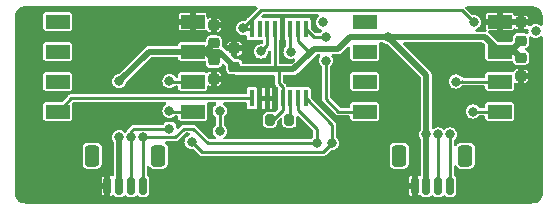
<source format=gbr>
%TF.GenerationSoftware,KiCad,Pcbnew,6.0.10-86aedd382b~118~ubuntu22.04.1*%
%TF.CreationDate,2023-03-06T18:26:28-08:00*%
%TF.ProjectId,pressure-qwiic-3,70726573-7375-4726-952d-71776969632d,rev?*%
%TF.SameCoordinates,Original*%
%TF.FileFunction,Copper,L2,Bot*%
%TF.FilePolarity,Positive*%
%FSLAX46Y46*%
G04 Gerber Fmt 4.6, Leading zero omitted, Abs format (unit mm)*
G04 Created by KiCad (PCBNEW 6.0.10-86aedd382b~118~ubuntu22.04.1) date 2023-03-06 18:26:28*
%MOMM*%
%LPD*%
G01*
G04 APERTURE LIST*
G04 Aperture macros list*
%AMRoundRect*
0 Rectangle with rounded corners*
0 $1 Rounding radius*
0 $2 $3 $4 $5 $6 $7 $8 $9 X,Y pos of 4 corners*
0 Add a 4 corners polygon primitive as box body*
4,1,4,$2,$3,$4,$5,$6,$7,$8,$9,$2,$3,0*
0 Add four circle primitives for the rounded corners*
1,1,$1+$1,$2,$3*
1,1,$1+$1,$4,$5*
1,1,$1+$1,$6,$7*
1,1,$1+$1,$8,$9*
0 Add four rect primitives between the rounded corners*
20,1,$1+$1,$2,$3,$4,$5,0*
20,1,$1+$1,$4,$5,$6,$7,0*
20,1,$1+$1,$6,$7,$8,$9,0*
20,1,$1+$1,$8,$9,$2,$3,0*%
G04 Aperture macros list end*
%TA.AperFunction,SMDPad,CuDef*%
%ADD10RoundRect,0.150000X0.150000X0.625000X-0.150000X0.625000X-0.150000X-0.625000X0.150000X-0.625000X0*%
%TD*%
%TA.AperFunction,SMDPad,CuDef*%
%ADD11RoundRect,0.250000X0.350000X0.650000X-0.350000X0.650000X-0.350000X-0.650000X0.350000X-0.650000X0*%
%TD*%
%TA.AperFunction,SMDPad,CuDef*%
%ADD12RoundRect,0.225000X-0.250000X0.225000X-0.250000X-0.225000X0.250000X-0.225000X0.250000X0.225000X0*%
%TD*%
%TA.AperFunction,SMDPad,CuDef*%
%ADD13RoundRect,0.225000X0.250000X-0.225000X0.250000X0.225000X-0.250000X0.225000X-0.250000X-0.225000X0*%
%TD*%
%TA.AperFunction,SMDPad,CuDef*%
%ADD14R,2.032000X1.143000*%
%TD*%
%TA.AperFunction,SMDPad,CuDef*%
%ADD15R,0.450000X1.475000*%
%TD*%
%TA.AperFunction,SMDPad,CuDef*%
%ADD16RoundRect,0.200000X-0.200000X-0.275000X0.200000X-0.275000X0.200000X0.275000X-0.200000X0.275000X0*%
%TD*%
%TA.AperFunction,ViaPad*%
%ADD17C,0.800000*%
%TD*%
%TA.AperFunction,Conductor*%
%ADD18C,0.500000*%
%TD*%
%TA.AperFunction,Conductor*%
%ADD19C,0.250000*%
%TD*%
G04 APERTURE END LIST*
D10*
%TO.P,J1,1,Pin_1*%
%TO.N,/SCL*%
X14500000Y-15325000D03*
%TO.P,J1,2,Pin_2*%
%TO.N,/SDA*%
X13500000Y-15325000D03*
%TO.P,J1,3,Pin_3*%
%TO.N,+3V3*%
X12500000Y-15325000D03*
%TO.P,J1,4,Pin_4*%
%TO.N,GND*%
X11500000Y-15325000D03*
D11*
%TO.P,J1,MP*%
%TO.N,N/C*%
X15800000Y-12800000D03*
X10200000Y-12800000D03*
%TD*%
D12*
%TO.P,C31,1*%
%TO.N,+3V3*%
X-5500000Y-4725000D03*
%TO.P,C31,2*%
%TO.N,GND*%
X-5500000Y-6275000D03*
%TD*%
%TO.P,C21,1*%
%TO.N,+3V3*%
X20500000Y-4500000D03*
%TO.P,C21,2*%
%TO.N,GND*%
X20500000Y-6050000D03*
%TD*%
D13*
%TO.P,C32,1*%
%TO.N,+3V3*%
X-5500000Y-3275000D03*
%TO.P,C32,2*%
%TO.N,GND*%
X-5500000Y-1725000D03*
%TD*%
%TO.P,C1,1*%
%TO.N,+3V3*%
X-3750000Y-5275000D03*
%TO.P,C1,2*%
%TO.N,GND*%
X-3750000Y-3725000D03*
%TD*%
D14*
%TO.P,U2,1,GND*%
%TO.N,GND*%
X18716000Y-1440000D03*
%TO.P,U2,2,VCC*%
%TO.N,+3V3*%
X18716000Y-3980000D03*
%TO.P,U2,3,MISO*%
%TO.N,/MISO*%
X18716000Y-6520000D03*
%TO.P,U2,4,SCLK*%
%TO.N,/SCLK*%
X18716000Y-9060000D03*
%TO.P,U2,5,SS*%
%TO.N,/!CS1*%
X7284000Y-9060000D03*
%TO.P,U2,6*%
%TO.N,N/C*%
X7284000Y-6520000D03*
%TO.P,U2,7*%
X7284000Y-3980000D03*
%TO.P,U2,8*%
X7284000Y-1440000D03*
%TD*%
D13*
%TO.P,C22,1*%
%TO.N,+3V3*%
X20500000Y-3050000D03*
%TO.P,C22,2*%
%TO.N,GND*%
X20500000Y-1500000D03*
%TD*%
D15*
%TO.P,IC1,1,SDA*%
%TO.N,/SDA*%
X2275000Y-7938000D03*
%TO.P,IC1,2,SCL*%
%TO.N,/SCL*%
X1625000Y-7938000D03*
%TO.P,IC1,3,~{INT}*%
%TO.N,Net-(IC1-Pad3)*%
X975000Y-7938000D03*
%TO.P,IC1,4,~{RESET}*%
%TO.N,+3V3*%
X325000Y-7938000D03*
%TO.P,IC1,5,A2*%
%TO.N,GND*%
X-325000Y-7938000D03*
%TO.P,IC1,6,A1*%
X-975000Y-7938000D03*
%TO.P,IC1,7,A0*%
X-1625000Y-7938000D03*
%TO.P,IC1,8,~{SS2}/GPIO2*%
%TO.N,/!CS2*%
X-2275000Y-7938000D03*
%TO.P,IC1,9,~{SS0}/GPIO0*%
%TO.N,/!CS0*%
X-2275000Y-2062000D03*
%TO.P,IC1,10,MOSI*%
%TO.N,unconnected-(IC1-Pad10)*%
X-1625000Y-2062000D03*
%TO.P,IC1,11,SPICLK*%
%TO.N,/SCLK*%
X-975000Y-2062000D03*
%TO.P,IC1,12,VDD*%
%TO.N,+3V3*%
X-325000Y-2062000D03*
%TO.P,IC1,13,VSS*%
%TO.N,GND*%
X325000Y-2062000D03*
%TO.P,IC1,14,MISO*%
%TO.N,/MISO*%
X975000Y-2062000D03*
%TO.P,IC1,15,VREFP*%
%TO.N,+3V3*%
X1625000Y-2062000D03*
%TO.P,IC1,16,~{SS1}/GPIO1*%
%TO.N,/!CS1*%
X2275000Y-2062000D03*
%TD*%
D10*
%TO.P,J2,1,Pin_1*%
%TO.N,/SCL*%
X-11500000Y-15325000D03*
%TO.P,J2,2,Pin_2*%
%TO.N,/SDA*%
X-12500000Y-15325000D03*
%TO.P,J2,3,Pin_3*%
%TO.N,+3V3*%
X-13500000Y-15325000D03*
%TO.P,J2,4,Pin_4*%
%TO.N,GND*%
X-14500000Y-15325000D03*
D11*
%TO.P,J2,MP*%
%TO.N,N/C*%
X-10200000Y-12800000D03*
X-15800000Y-12800000D03*
%TD*%
D14*
%TO.P,U3,1,GND*%
%TO.N,GND*%
X-7284000Y-1440000D03*
%TO.P,U3,2,VCC*%
%TO.N,+3V3*%
X-7284000Y-3980000D03*
%TO.P,U3,3,MISO*%
%TO.N,/MISO*%
X-7284000Y-6520000D03*
%TO.P,U3,4,SCLK*%
%TO.N,/SCLK*%
X-7284000Y-9060000D03*
%TO.P,U3,5,SS*%
%TO.N,/!CS2*%
X-18716000Y-9060000D03*
%TO.P,U3,6*%
%TO.N,N/C*%
X-18716000Y-6520000D03*
%TO.P,U3,7*%
X-18716000Y-3980000D03*
%TO.P,U3,8*%
X-18716000Y-1440000D03*
%TD*%
D16*
%TO.P,R1,1*%
%TO.N,+3V3*%
X-750000Y-9750000D03*
%TO.P,R1,2*%
%TO.N,Net-(IC1-Pad3)*%
X900000Y-9750000D03*
%TD*%
D17*
%TO.N,+3V3*%
X3750000Y-1500000D03*
X12500000Y-11000000D03*
X21750000Y-2250000D03*
X-13500000Y-6500000D03*
X9250000Y-2750000D03*
X-13500000Y-11250000D03*
%TO.N,/!CS1*%
X4000000Y-2750000D03*
X4000000Y-4750000D03*
%TO.N,/MISO*%
X1000000Y-4000000D03*
X-9250000Y-6500000D03*
X15000000Y-6520000D03*
%TO.N,/SCLK*%
X-9250000Y-9000000D03*
X-1500000Y-3975000D03*
X-5000000Y-10724500D03*
X16440000Y-9060000D03*
X-5000000Y-9000000D03*
%TO.N,/!CS0*%
X16500000Y-1500000D03*
X-3000000Y-2000000D03*
X-3000000Y-2000000D03*
%TO.N,/SCL*%
X-11500000Y-11250000D03*
X14500000Y-11000000D03*
X3250000Y-11750000D03*
%TO.N,/SDA*%
X4500000Y-11750000D03*
X-7375000Y-11625000D03*
X-12500000Y-11250000D03*
X-9250000Y-10500000D03*
X13500000Y-11000000D03*
%TD*%
D18*
%TO.N,+3V3*%
X3000000Y-3750000D02*
X2625000Y-4125000D01*
X5026500Y-3750000D02*
X3000000Y-3750000D01*
X9250000Y-2750000D02*
X12500000Y-6000000D01*
D19*
X-499500Y-9750000D02*
X-750000Y-9750000D01*
D18*
X1250000Y-5500000D02*
X-250000Y-5500000D01*
D19*
X1625000Y-2062000D02*
X1625000Y-3125000D01*
D18*
X19570000Y-3980000D02*
X20500000Y-3050000D01*
X18716000Y-3980000D02*
X19980000Y-3980000D01*
X0Y-5500000D02*
X-250000Y-5500000D01*
X-6245000Y-3980000D02*
X-5500000Y-4725000D01*
D19*
X325000Y-7938000D02*
X325000Y-8925500D01*
D18*
X17486000Y-2750000D02*
X9250000Y-2750000D01*
X9250000Y-2750000D02*
X6026500Y-2750000D01*
X-250000Y-5500000D02*
X-3500000Y-5500000D01*
X12500000Y-6000000D02*
X12500000Y-11000000D01*
X-5020000Y-3980000D02*
X-7284000Y-3980000D01*
X18716000Y-3980000D02*
X17486000Y-2750000D01*
X6026500Y-2750000D02*
X5026500Y-3750000D01*
X-13500000Y-11250000D02*
X-13500000Y-15325000D01*
X-13500000Y-6500000D02*
X-10980000Y-3980000D01*
X18716000Y-3980000D02*
X19570000Y-3980000D01*
D19*
X-325000Y-5175000D02*
X-325000Y-2062000D01*
X0Y-5500000D02*
X0Y-6625500D01*
D18*
X19980000Y-3980000D02*
X20500000Y-4500000D01*
X-7284000Y-3980000D02*
X-6245000Y-3980000D01*
X-7284000Y-3980000D02*
X-6205000Y-3980000D01*
X-3500000Y-5500000D02*
X-5020000Y-3980000D01*
X2625000Y-4125000D02*
X1250000Y-5500000D01*
D19*
X0Y-6625500D02*
X325000Y-6950500D01*
X325000Y-8925500D02*
X-499500Y-9750000D01*
D18*
X12500000Y-11000000D02*
X12500000Y-15325000D01*
D19*
X0Y-5500000D02*
X-325000Y-5175000D01*
X325000Y-6950500D02*
X325000Y-7938000D01*
D18*
X-6205000Y-3980000D02*
X-5500000Y-3275000D01*
X-10980000Y-3980000D02*
X-7284000Y-3980000D01*
D19*
X1625000Y-3125000D02*
X2625000Y-4125000D01*
%TO.N,Net-(IC1-Pad3)*%
X975000Y-7938000D02*
X975000Y-9675000D01*
X975000Y-9675000D02*
X900000Y-9750000D01*
%TO.N,/!CS1*%
X5060000Y-9060000D02*
X7284000Y-9060000D01*
X4000000Y-4750000D02*
X4000000Y-8000000D01*
X4000000Y-2750000D02*
X2963000Y-2750000D01*
X4000000Y-8000000D02*
X5060000Y-9060000D01*
X2963000Y-2750000D02*
X2275000Y-2062000D01*
%TO.N,/MISO*%
X975000Y-2062000D02*
X975000Y-3975000D01*
X18716000Y-6520000D02*
X15000000Y-6520000D01*
X15480000Y-6520000D02*
X15500000Y-6500000D01*
X-9230000Y-6520000D02*
X-9250000Y-6500000D01*
X15000000Y-6520000D02*
X15480000Y-6520000D01*
X975000Y-3975000D02*
X1000000Y-4000000D01*
X-7284000Y-6520000D02*
X-9230000Y-6520000D01*
%TO.N,/SCLK*%
X-7284000Y-9060000D02*
X-9190000Y-9060000D01*
X-975000Y-3450000D02*
X-1500000Y-3975000D01*
X-975000Y-2062000D02*
X-975000Y-3450000D01*
X-9190000Y-9060000D02*
X-9250000Y-9000000D01*
X-5000000Y-9000000D02*
X-5000000Y-10724500D01*
X18716000Y-9060000D02*
X16440000Y-9060000D01*
%TO.N,/!CS0*%
X-1500000Y-500000D02*
X13250000Y-500000D01*
X-2938000Y-2062000D02*
X-3000000Y-2000000D01*
X15500000Y-500000D02*
X16500000Y-1500000D01*
X13250000Y-500000D02*
X15500000Y-500000D01*
X-3000000Y-2000000D02*
X-1500000Y-500000D01*
X-2275000Y-2062000D02*
X-2938000Y-2062000D01*
%TO.N,/!CS2*%
X-2275000Y-7938000D02*
X-17594000Y-7938000D01*
X-17594000Y-7938000D02*
X-18716000Y-9060000D01*
%TO.N,/SCL*%
X-6000000Y-11750000D02*
X-7250000Y-10500000D01*
X3250000Y-11750000D02*
X-6000000Y-11750000D01*
X-11500000Y-15325000D02*
X-11500000Y-11250000D01*
X3250000Y-10525500D02*
X3250000Y-11750000D01*
X-7250000Y-10500000D02*
X-8000000Y-10500000D01*
X14500000Y-15325000D02*
X14500000Y-11000000D01*
X1625000Y-8900500D02*
X3250000Y-10525500D01*
X1625000Y-7938000D02*
X1625000Y-8900500D01*
X-8750000Y-11250000D02*
X-11500000Y-11250000D01*
X-8000000Y-10500000D02*
X-8750000Y-11250000D01*
%TO.N,/SDA*%
X-9275000Y-10525000D02*
X-12275000Y-10525000D01*
X-9250000Y-10500000D02*
X-9275000Y-10525000D01*
X4500000Y-11750000D02*
X4500000Y-10163000D01*
X-6500000Y-12500000D02*
X-7375000Y-11625000D01*
X-7375000Y-11625000D02*
X-7500000Y-11500000D01*
X4500000Y-10163000D02*
X2275000Y-7938000D01*
X-12500000Y-15325000D02*
X-12500000Y-11750000D01*
X3750000Y-12500000D02*
X-6500000Y-12500000D01*
X-12500000Y-11750000D02*
X-12500000Y-11250000D01*
X13500000Y-15325000D02*
X13500000Y-11000000D01*
X-12500000Y-10750000D02*
X-12500000Y-11250000D01*
X-12275000Y-10525000D02*
X-12500000Y-10750000D01*
X4500000Y-11750000D02*
X3750000Y-12500000D01*
%TD*%
%TA.AperFunction,Conductor*%
%TO.N,GND*%
G36*
X-1846897Y-170502D02*
G01*
X-1800404Y-224158D01*
X-1790300Y-294432D01*
X-1819794Y-359012D01*
X-1825922Y-365595D01*
X-2622883Y-1162557D01*
X-2627652Y-1166471D01*
X-2634237Y-1173056D01*
X-2644552Y-1179948D01*
X-2651444Y-1190263D01*
X-2658030Y-1196849D01*
X-2661945Y-1201619D01*
X-2827617Y-1367291D01*
X-2889929Y-1401317D01*
X-2933157Y-1403118D01*
X-3000000Y-1394318D01*
X-3156762Y-1414956D01*
X-3302841Y-1475464D01*
X-3428282Y-1571718D01*
X-3524536Y-1697159D01*
X-3585044Y-1843238D01*
X-3605682Y-2000000D01*
X-3604604Y-2008188D01*
X-3586473Y-2145904D01*
X-3585044Y-2156762D01*
X-3581884Y-2164391D01*
X-3580341Y-2168116D01*
X-3524536Y-2302841D01*
X-3473683Y-2369114D01*
X-3436884Y-2417071D01*
X-3428282Y-2428282D01*
X-3302841Y-2524536D01*
X-3156762Y-2585044D01*
X-3000000Y-2605682D01*
X-2991812Y-2604604D01*
X-2967672Y-2601426D01*
X-2843238Y-2585044D01*
X-2842776Y-2588555D01*
X-2788042Y-2589901D01*
X-2729277Y-2629740D01*
X-2701380Y-2695026D01*
X-2700500Y-2709888D01*
X-2700500Y-2819248D01*
X-2688867Y-2877731D01*
X-2644552Y-2944052D01*
X-2578231Y-2988367D01*
X-2566062Y-2990788D01*
X-2566061Y-2990788D01*
X-2525816Y-2998793D01*
X-2519748Y-3000000D01*
X-2030252Y-3000000D01*
X-1974579Y-2988926D01*
X-1925421Y-2988926D01*
X-1869748Y-3000000D01*
X-1426500Y-3000000D01*
X-1358379Y-3020002D01*
X-1311886Y-3073658D01*
X-1300500Y-3126000D01*
X-1300500Y-3251907D01*
X-1320502Y-3320028D01*
X-1374158Y-3366521D01*
X-1442946Y-3376829D01*
X-1491811Y-3370396D01*
X-1491812Y-3370396D01*
X-1500000Y-3369318D01*
X-1656762Y-3389956D01*
X-1802841Y-3450464D01*
X-1868344Y-3500726D01*
X-1913701Y-3535530D01*
X-1928282Y-3546718D01*
X-2024536Y-3672159D01*
X-2085044Y-3818238D01*
X-2105682Y-3975000D01*
X-2085044Y-4131762D01*
X-2024536Y-4277841D01*
X-1928282Y-4403282D01*
X-1802841Y-4499536D01*
X-1656762Y-4560044D01*
X-1500000Y-4580682D01*
X-1491812Y-4579604D01*
X-1351426Y-4561122D01*
X-1343238Y-4560044D01*
X-1197159Y-4499536D01*
X-1071718Y-4403282D01*
X-975464Y-4277841D01*
X-914956Y-4131762D01*
X-901422Y-4028961D01*
X-872700Y-3964034D01*
X-813434Y-3924942D01*
X-742443Y-3924097D01*
X-682264Y-3961767D01*
X-652005Y-4025992D01*
X-650500Y-4045407D01*
X-650500Y-4923500D01*
X-670502Y-4991621D01*
X-724158Y-5038114D01*
X-776500Y-5049500D01*
X-2961661Y-5049500D01*
X-3029782Y-5029498D01*
X-3076275Y-4975842D01*
X-3086110Y-4943209D01*
X-3088730Y-4926666D01*
X-3088730Y-4926665D01*
X-3090281Y-4916874D01*
X-3151472Y-4796780D01*
X-3246780Y-4701472D01*
X-3366874Y-4640281D01*
X-3376663Y-4638731D01*
X-3376665Y-4638730D01*
X-3406149Y-4634060D01*
X-3466512Y-4624500D01*
X-3686206Y-4624500D01*
X-3754327Y-4604498D01*
X-3775301Y-4587595D01*
X-3967095Y-4395801D01*
X-4001121Y-4333489D01*
X-4003981Y-4306885D01*
X-3496000Y-4306885D01*
X-3491525Y-4322124D01*
X-3490135Y-4323329D01*
X-3482452Y-4325000D01*
X-3469064Y-4325000D01*
X-3459903Y-4324330D01*
X-3400435Y-4315576D01*
X-3381961Y-4309835D01*
X-3288034Y-4263719D01*
X-3271329Y-4251759D01*
X-3197843Y-4178145D01*
X-3185911Y-4161418D01*
X-3139956Y-4067402D01*
X-3134248Y-4048935D01*
X-3126128Y-3993274D01*
X-3129475Y-3981876D01*
X-3130865Y-3980671D01*
X-3138548Y-3979000D01*
X-3477885Y-3979000D01*
X-3493124Y-3983475D01*
X-3494329Y-3984865D01*
X-3496000Y-3992548D01*
X-3496000Y-4306885D01*
X-4003981Y-4306885D01*
X-4004000Y-4306706D01*
X-4004000Y-3997115D01*
X-4008475Y-3981876D01*
X-4009865Y-3980671D01*
X-4017548Y-3979000D01*
X-4331707Y-3979000D01*
X-4399828Y-3958998D01*
X-4420802Y-3942095D01*
X-4677248Y-3685649D01*
X-4687103Y-3674560D01*
X-4696646Y-3662455D01*
X-4708128Y-3647890D01*
X-4715875Y-3642535D01*
X-4715877Y-3642534D01*
X-4752125Y-3617482D01*
X-4756385Y-3614538D01*
X-4759570Y-3612263D01*
X-4773363Y-3602075D01*
X-4816271Y-3545513D01*
X-4824500Y-3500726D01*
X-4824500Y-3456726D01*
X-4373872Y-3456726D01*
X-4370525Y-3468124D01*
X-4369135Y-3469329D01*
X-4361452Y-3471000D01*
X-4022115Y-3471000D01*
X-4006876Y-3466525D01*
X-4005671Y-3465135D01*
X-4004000Y-3457452D01*
X-4004000Y-3452885D01*
X-3496000Y-3452885D01*
X-3491525Y-3468124D01*
X-3490135Y-3469329D01*
X-3482452Y-3471000D01*
X-3143115Y-3471000D01*
X-3127876Y-3466525D01*
X-3126671Y-3465135D01*
X-3125636Y-3460375D01*
X-3125670Y-3459903D01*
X-3134424Y-3400435D01*
X-3140165Y-3381961D01*
X-3186281Y-3288034D01*
X-3198241Y-3271329D01*
X-3271855Y-3197843D01*
X-3288582Y-3185911D01*
X-3382598Y-3139956D01*
X-3401065Y-3134248D01*
X-3459931Y-3125660D01*
X-3469031Y-3125000D01*
X-3477885Y-3125000D01*
X-3493124Y-3129475D01*
X-3494329Y-3130865D01*
X-3496000Y-3138548D01*
X-3496000Y-3452885D01*
X-4004000Y-3452885D01*
X-4004000Y-3143115D01*
X-4008475Y-3127876D01*
X-4009865Y-3126671D01*
X-4017548Y-3125000D01*
X-4030936Y-3125000D01*
X-4040097Y-3125670D01*
X-4099565Y-3134424D01*
X-4118039Y-3140165D01*
X-4211966Y-3186281D01*
X-4228671Y-3198241D01*
X-4302157Y-3271855D01*
X-4314089Y-3288582D01*
X-4360044Y-3382598D01*
X-4365752Y-3401065D01*
X-4373872Y-3456726D01*
X-4824500Y-3456726D01*
X-4824500Y-3016512D01*
X-4834885Y-2950943D01*
X-4838730Y-2926665D01*
X-4838731Y-2926663D01*
X-4840281Y-2916874D01*
X-4901472Y-2796780D01*
X-4996780Y-2701472D01*
X-5116874Y-2640281D01*
X-5126663Y-2638731D01*
X-5126665Y-2638730D01*
X-5156149Y-2634060D01*
X-5216512Y-2624500D01*
X-5783488Y-2624500D01*
X-5843851Y-2634060D01*
X-5873335Y-2638730D01*
X-5873337Y-2638731D01*
X-5883126Y-2640281D01*
X-6003220Y-2701472D01*
X-6098528Y-2796780D01*
X-6159719Y-2916874D01*
X-6161269Y-2926663D01*
X-6161270Y-2926665D01*
X-6165115Y-2950943D01*
X-6175500Y-3016512D01*
X-6175500Y-3082000D01*
X-6195502Y-3150121D01*
X-6249158Y-3196614D01*
X-6301500Y-3208000D01*
X-8319748Y-3208000D01*
X-8325816Y-3209207D01*
X-8366061Y-3217212D01*
X-8366062Y-3217212D01*
X-8378231Y-3219633D01*
X-8444552Y-3263948D01*
X-8451443Y-3274261D01*
X-8481320Y-3318975D01*
X-8488867Y-3330269D01*
X-8491288Y-3342438D01*
X-8491288Y-3342439D01*
X-8495818Y-3365216D01*
X-8500500Y-3388752D01*
X-8500500Y-3403500D01*
X-8520502Y-3471621D01*
X-8574158Y-3518114D01*
X-8626500Y-3529500D01*
X-10945781Y-3529500D01*
X-10960590Y-3528627D01*
X-10972884Y-3527172D01*
X-10994311Y-3524636D01*
X-11003574Y-3526328D01*
X-11003581Y-3526328D01*
X-11052018Y-3535175D01*
X-11055917Y-3535825D01*
X-11078647Y-3539242D01*
X-11104644Y-3543150D01*
X-11104645Y-3543150D01*
X-11113962Y-3544551D01*
X-11120475Y-3547679D01*
X-11127573Y-3548975D01*
X-11179653Y-3576028D01*
X-11183155Y-3577777D01*
X-11184169Y-3578264D01*
X-11236079Y-3603191D01*
X-11241364Y-3608077D01*
X-11241411Y-3608108D01*
X-11247789Y-3611421D01*
X-11252828Y-3615725D01*
X-11290055Y-3652952D01*
X-11293620Y-3656381D01*
X-11335556Y-3695146D01*
X-11339249Y-3701505D01*
X-11344766Y-3707663D01*
X-13505941Y-5868838D01*
X-13568253Y-5902864D01*
X-13578585Y-5904664D01*
X-13656762Y-5914956D01*
X-13802841Y-5975464D01*
X-13928282Y-6071718D01*
X-13933305Y-6078264D01*
X-13948651Y-6098264D01*
X-14024536Y-6197159D01*
X-14085044Y-6343238D01*
X-14105682Y-6500000D01*
X-14085044Y-6656762D01*
X-14024536Y-6802841D01*
X-13928282Y-6928282D01*
X-13802841Y-7024536D01*
X-13656762Y-7085044D01*
X-13500000Y-7105682D01*
X-13491812Y-7104604D01*
X-13351426Y-7086122D01*
X-13343238Y-7085044D01*
X-13197159Y-7024536D01*
X-13071718Y-6928282D01*
X-12975464Y-6802841D01*
X-12914956Y-6656762D01*
X-12904665Y-6578590D01*
X-12875943Y-6513663D01*
X-12868838Y-6505941D01*
X-12862897Y-6500000D01*
X-9855682Y-6500000D01*
X-9835044Y-6656762D01*
X-9774536Y-6802841D01*
X-9678282Y-6928282D01*
X-9552841Y-7024536D01*
X-9406762Y-7085044D01*
X-9250000Y-7105682D01*
X-9241812Y-7104604D01*
X-9101426Y-7086122D01*
X-9093238Y-7085044D01*
X-8947159Y-7024536D01*
X-8869182Y-6964702D01*
X-8828269Y-6933309D01*
X-8828268Y-6933308D01*
X-8821718Y-6928282D01*
X-8816692Y-6921732D01*
X-8816689Y-6921729D01*
X-8796023Y-6894796D01*
X-8738685Y-6852928D01*
X-8696061Y-6845500D01*
X-8626500Y-6845500D01*
X-8558379Y-6865502D01*
X-8511886Y-6919158D01*
X-8500500Y-6971500D01*
X-8500500Y-7111248D01*
X-8488867Y-7169731D01*
X-8444552Y-7236052D01*
X-8378231Y-7280367D01*
X-8366062Y-7282788D01*
X-8366061Y-7282788D01*
X-8325816Y-7290793D01*
X-8319748Y-7292000D01*
X-6248252Y-7292000D01*
X-6242184Y-7290793D01*
X-6201939Y-7282788D01*
X-6201938Y-7282788D01*
X-6189769Y-7280367D01*
X-6123448Y-7236052D01*
X-6079133Y-7169731D01*
X-6067500Y-7111248D01*
X-6067500Y-6964072D01*
X-6047498Y-6895951D01*
X-5993842Y-6849458D01*
X-5923568Y-6839354D01*
X-5886167Y-6850872D01*
X-5867402Y-6860044D01*
X-5848935Y-6865752D01*
X-5790069Y-6874340D01*
X-5780969Y-6875000D01*
X-5772115Y-6875000D01*
X-5756876Y-6870525D01*
X-5755671Y-6869135D01*
X-5754000Y-6861452D01*
X-5754000Y-6856885D01*
X-5246000Y-6856885D01*
X-5241525Y-6872124D01*
X-5240135Y-6873329D01*
X-5232452Y-6875000D01*
X-5219064Y-6875000D01*
X-5209903Y-6874330D01*
X-5150435Y-6865576D01*
X-5131961Y-6859835D01*
X-5038034Y-6813719D01*
X-5021329Y-6801759D01*
X-4947843Y-6728145D01*
X-4935911Y-6711418D01*
X-4889956Y-6617402D01*
X-4884248Y-6598935D01*
X-4876128Y-6543274D01*
X-4879475Y-6531876D01*
X-4880865Y-6530671D01*
X-4888548Y-6529000D01*
X-5227885Y-6529000D01*
X-5243124Y-6533475D01*
X-5244329Y-6534865D01*
X-5246000Y-6542548D01*
X-5246000Y-6856885D01*
X-5754000Y-6856885D01*
X-5754000Y-6002885D01*
X-5246000Y-6002885D01*
X-5241525Y-6018124D01*
X-5240135Y-6019329D01*
X-5232452Y-6021000D01*
X-4893115Y-6021000D01*
X-4877876Y-6016525D01*
X-4876671Y-6015135D01*
X-4875636Y-6010375D01*
X-4875670Y-6009903D01*
X-4884424Y-5950435D01*
X-4890165Y-5931961D01*
X-4936281Y-5838034D01*
X-4948241Y-5821329D01*
X-5021855Y-5747843D01*
X-5038582Y-5735911D01*
X-5132598Y-5689956D01*
X-5151065Y-5684248D01*
X-5209931Y-5675660D01*
X-5219031Y-5675000D01*
X-5227885Y-5675000D01*
X-5243124Y-5679475D01*
X-5244329Y-5680865D01*
X-5246000Y-5688548D01*
X-5246000Y-6002885D01*
X-5754000Y-6002885D01*
X-5754000Y-5693115D01*
X-5758475Y-5677876D01*
X-5759865Y-5676671D01*
X-5767548Y-5675000D01*
X-5780936Y-5675000D01*
X-5790097Y-5675670D01*
X-5849565Y-5684424D01*
X-5868039Y-5690165D01*
X-5961966Y-5736281D01*
X-5978672Y-5748241D01*
X-5996840Y-5766441D01*
X-6059123Y-5800519D01*
X-6129943Y-5795516D01*
X-6156014Y-5782187D01*
X-6179450Y-5766527D01*
X-6179454Y-5766525D01*
X-6189769Y-5759633D01*
X-6201938Y-5757212D01*
X-6201939Y-5757212D01*
X-6242184Y-5749207D01*
X-6248252Y-5748000D01*
X-8319748Y-5748000D01*
X-8325816Y-5749207D01*
X-8366061Y-5757212D01*
X-8366062Y-5757212D01*
X-8378231Y-5759633D01*
X-8444552Y-5803948D01*
X-8488867Y-5870269D01*
X-8491288Y-5882438D01*
X-8491288Y-5882439D01*
X-8495351Y-5902864D01*
X-8500500Y-5928752D01*
X-8500500Y-6068500D01*
X-8520502Y-6136621D01*
X-8574158Y-6183114D01*
X-8626500Y-6194500D01*
X-8665368Y-6194500D01*
X-8733489Y-6174498D01*
X-8765330Y-6145204D01*
X-8816689Y-6078271D01*
X-8816692Y-6078268D01*
X-8821718Y-6071718D01*
X-8947159Y-5975464D01*
X-9093238Y-5914956D01*
X-9250000Y-5894318D01*
X-9406762Y-5914956D01*
X-9552841Y-5975464D01*
X-9678282Y-6071718D01*
X-9683305Y-6078264D01*
X-9698651Y-6098264D01*
X-9774536Y-6197159D01*
X-9835044Y-6343238D01*
X-9855682Y-6500000D01*
X-12862897Y-6500000D01*
X-10830302Y-4467405D01*
X-10767990Y-4433379D01*
X-10741207Y-4430500D01*
X-8626500Y-4430500D01*
X-8558379Y-4450502D01*
X-8511886Y-4504158D01*
X-8500500Y-4556500D01*
X-8500500Y-4571248D01*
X-8488867Y-4629731D01*
X-8444552Y-4696052D01*
X-8378231Y-4740367D01*
X-8366062Y-4742788D01*
X-8366061Y-4742788D01*
X-8329803Y-4750000D01*
X-8319748Y-4752000D01*
X-6301500Y-4752000D01*
X-6233379Y-4772002D01*
X-6186886Y-4825658D01*
X-6175500Y-4878000D01*
X-6175500Y-4983488D01*
X-6168213Y-5029498D01*
X-6162604Y-5064908D01*
X-6159719Y-5083126D01*
X-6098528Y-5203220D01*
X-6003220Y-5298528D01*
X-5883126Y-5359719D01*
X-5873337Y-5361269D01*
X-5873335Y-5361270D01*
X-5843851Y-5365940D01*
X-5783488Y-5375500D01*
X-5216512Y-5375500D01*
X-5156149Y-5365940D01*
X-5126665Y-5361270D01*
X-5126663Y-5361269D01*
X-5116874Y-5359719D01*
X-4996780Y-5298528D01*
X-4901472Y-5203220D01*
X-4840281Y-5083126D01*
X-4838730Y-5073334D01*
X-4835665Y-5063901D01*
X-4832567Y-5064908D01*
X-4809393Y-5016044D01*
X-4749119Y-4978527D01*
X-4678130Y-4979552D01*
X-4626275Y-5010828D01*
X-4462405Y-5174698D01*
X-4428379Y-5237010D01*
X-4425500Y-5263793D01*
X-4425500Y-5533488D01*
X-4415940Y-5593851D01*
X-4412814Y-5613582D01*
X-4409719Y-5633126D01*
X-4348528Y-5753220D01*
X-4253220Y-5848528D01*
X-4133126Y-5909719D01*
X-4123337Y-5911269D01*
X-4123335Y-5911270D01*
X-4104089Y-5914318D01*
X-4033488Y-5925500D01*
X-3669555Y-5925500D01*
X-3627806Y-5932618D01*
X-3594255Y-5944400D01*
X-3594252Y-5944401D01*
X-3585369Y-5947520D01*
X-3578184Y-5947803D01*
X-3578111Y-5947817D01*
X-3571270Y-5949980D01*
X-3564663Y-5950500D01*
X-3512009Y-5950500D01*
X-3507063Y-5950597D01*
X-3450006Y-5952839D01*
X-3442897Y-5950954D01*
X-3434648Y-5950500D01*
X-451500Y-5950500D01*
X-383379Y-5970502D01*
X-336886Y-6024158D01*
X-325500Y-6076500D01*
X-325500Y-6605790D01*
X-325980Y-6616772D01*
X-327560Y-6634835D01*
X-329264Y-6654307D01*
X-319509Y-6690710D01*
X-317130Y-6701442D01*
X-310588Y-6738545D01*
X-305077Y-6748090D01*
X-303885Y-6751366D01*
X-302408Y-6754534D01*
X-299554Y-6765184D01*
X-289212Y-6779953D01*
X-277945Y-6796044D01*
X-272039Y-6805315D01*
X-266325Y-6815211D01*
X-253194Y-6837955D01*
X-244749Y-6845041D01*
X-224325Y-6862179D01*
X-216220Y-6869606D01*
X-134674Y-6951153D01*
X-100649Y-7013466D01*
X-100649Y-7050500D01*
X-100000Y-7050500D01*
X-100000Y-7175674D01*
X-100167Y-7179078D01*
X-100500Y-7180752D01*
X-100500Y-8695248D01*
X-100167Y-8696922D01*
X-100000Y-8700326D01*
X-100000Y-8825499D01*
X-102270Y-8825499D01*
X-102269Y-8870646D01*
X-134071Y-8924245D01*
X-276815Y-9066989D01*
X-339127Y-9101015D01*
X-406201Y-9096218D01*
X-406429Y-9096920D01*
X-409265Y-9095998D01*
X-409942Y-9095950D01*
X-411437Y-9095293D01*
X-415862Y-9093855D01*
X-424696Y-9089354D01*
X-434485Y-9087804D01*
X-434487Y-9087803D01*
X-461849Y-9083470D01*
X-518481Y-9074500D01*
X-539783Y-9074500D01*
X-607904Y-9054498D01*
X-653083Y-9002358D01*
X-688276Y-9049370D01*
X-754796Y-9074180D01*
X-763771Y-9074501D01*
X-981518Y-9074501D01*
X-986411Y-9075276D01*
X-986412Y-9075276D01*
X-1065506Y-9087802D01*
X-1065508Y-9087803D01*
X-1075304Y-9089354D01*
X-1084141Y-9093857D01*
X-1084142Y-9093857D01*
X-1090153Y-9096920D01*
X-1188342Y-9146950D01*
X-1278050Y-9236658D01*
X-1335646Y-9349696D01*
X-1337196Y-9359485D01*
X-1337197Y-9359487D01*
X-1338766Y-9369392D01*
X-1350500Y-9443481D01*
X-1350499Y-10056518D01*
X-1349724Y-10061409D01*
X-1349724Y-10061412D01*
X-1344803Y-10092481D01*
X-1335646Y-10150304D01*
X-1331145Y-10159137D01*
X-1331143Y-10159142D01*
X-1321938Y-10177207D01*
X-1278050Y-10263342D01*
X-1188342Y-10353050D01*
X-1075304Y-10410646D01*
X-1065515Y-10412196D01*
X-1065513Y-10412197D01*
X-1048092Y-10414956D01*
X-981519Y-10425500D01*
X-750047Y-10425500D01*
X-518482Y-10425499D01*
X-513588Y-10424724D01*
X-434494Y-10412198D01*
X-434492Y-10412197D01*
X-424696Y-10410646D01*
X-311658Y-10353050D01*
X-221950Y-10263342D01*
X-164354Y-10150304D01*
X-149500Y-10056519D01*
X-149500Y-9912516D01*
X-129498Y-9844395D01*
X-112595Y-9823421D01*
X84405Y-9626421D01*
X146717Y-9592395D01*
X217532Y-9597460D01*
X274368Y-9640007D01*
X299179Y-9706527D01*
X299500Y-9715516D01*
X299501Y-9894318D01*
X299501Y-10056518D01*
X300276Y-10061409D01*
X300276Y-10061412D01*
X305197Y-10092481D01*
X314354Y-10150304D01*
X318855Y-10159137D01*
X318857Y-10159142D01*
X328062Y-10177207D01*
X371950Y-10263342D01*
X461658Y-10353050D01*
X574696Y-10410646D01*
X584485Y-10412196D01*
X584487Y-10412197D01*
X601908Y-10414956D01*
X668481Y-10425500D01*
X899953Y-10425500D01*
X1131518Y-10425499D01*
X1136412Y-10424724D01*
X1215506Y-10412198D01*
X1215508Y-10412197D01*
X1225304Y-10410646D01*
X1338342Y-10353050D01*
X1428050Y-10263342D01*
X1485646Y-10150304D01*
X1500500Y-10056519D01*
X1500499Y-9540514D01*
X1520501Y-9472394D01*
X1574156Y-9425901D01*
X1644430Y-9415797D01*
X1709011Y-9445290D01*
X1715594Y-9451420D01*
X2887595Y-10623421D01*
X2921621Y-10685733D01*
X2924500Y-10712516D01*
X2924500Y-11180714D01*
X2904498Y-11248835D01*
X2875204Y-11280677D01*
X2837584Y-11309544D01*
X2821718Y-11321718D01*
X2816695Y-11328264D01*
X2780677Y-11375204D01*
X2723339Y-11417071D01*
X2680714Y-11424500D01*
X-4554643Y-11424500D01*
X-4622764Y-11404498D01*
X-4669257Y-11350842D01*
X-4679361Y-11280568D01*
X-4649867Y-11215988D01*
X-4631347Y-11198538D01*
X-4578268Y-11157809D01*
X-4578264Y-11157805D01*
X-4571718Y-11152782D01*
X-4475464Y-11027341D01*
X-4414956Y-10881262D01*
X-4409983Y-10843492D01*
X-4395396Y-10732688D01*
X-4394318Y-10724500D01*
X-4414956Y-10567738D01*
X-4475464Y-10421659D01*
X-4571718Y-10296218D01*
X-4585967Y-10285284D01*
X-4625204Y-10255177D01*
X-4667071Y-10197839D01*
X-4674500Y-10155214D01*
X-4674500Y-9569286D01*
X-4654498Y-9501165D01*
X-4625204Y-9469323D01*
X-4578264Y-9433305D01*
X-4571718Y-9428282D01*
X-4475464Y-9302841D01*
X-4414956Y-9156762D01*
X-4412843Y-9140716D01*
X-4395396Y-9008188D01*
X-4394318Y-9000000D01*
X-4414956Y-8843238D01*
X-4475464Y-8697159D01*
X-4571718Y-8571718D01*
X-4678915Y-8489463D01*
X-4720782Y-8432125D01*
X-4725004Y-8361254D01*
X-4690240Y-8299351D01*
X-4627527Y-8266070D01*
X-4602211Y-8263500D01*
X-2826500Y-8263500D01*
X-2758379Y-8283502D01*
X-2711886Y-8337158D01*
X-2700500Y-8389500D01*
X-2700500Y-8695248D01*
X-2688867Y-8753731D01*
X-2644552Y-8820052D01*
X-2634239Y-8826943D01*
X-2589853Y-8856601D01*
X-2578231Y-8864367D01*
X-2566062Y-8866788D01*
X-2566061Y-8866788D01*
X-2538480Y-8872274D01*
X-2519748Y-8876000D01*
X-2030252Y-8876000D01*
X-2011520Y-8872274D01*
X-1983939Y-8866788D01*
X-1983938Y-8866788D01*
X-1971769Y-8864367D01*
X-1961454Y-8857475D01*
X-1961450Y-8857473D01*
X-1944018Y-8845825D01*
X-1876265Y-8824610D01*
X-1866431Y-8825005D01*
X-1852876Y-8821025D01*
X-1851671Y-8819635D01*
X-1850000Y-8811952D01*
X-1850000Y-8807384D01*
X-1400000Y-8807384D01*
X-1395525Y-8822623D01*
X-1394135Y-8823828D01*
X-1387999Y-8825163D01*
X-1379154Y-8824291D01*
X-1353648Y-8819218D01*
X-1348217Y-8816969D01*
X-1277627Y-8809381D01*
X-1251782Y-8816970D01*
X-1246354Y-8819218D01*
X-1220842Y-8824293D01*
X-1215722Y-8824797D01*
X-1202876Y-8821025D01*
X-1201671Y-8819635D01*
X-1200000Y-8811952D01*
X-1200000Y-8807384D01*
X-750000Y-8807384D01*
X-745525Y-8822623D01*
X-744133Y-8823829D01*
X-737000Y-8825381D01*
X-674688Y-8859406D01*
X-651443Y-8901976D01*
X-635007Y-8865988D01*
X-575281Y-8827604D01*
X-552876Y-8821025D01*
X-551671Y-8819635D01*
X-550000Y-8811952D01*
X-550000Y-8181115D01*
X-554475Y-8165876D01*
X-555865Y-8164671D01*
X-563548Y-8163000D01*
X-731885Y-8163000D01*
X-747124Y-8167475D01*
X-748329Y-8168865D01*
X-750000Y-8176548D01*
X-750000Y-8807384D01*
X-1200000Y-8807384D01*
X-1200000Y-8181115D01*
X-1204475Y-8165876D01*
X-1205865Y-8164671D01*
X-1213548Y-8163000D01*
X-1381885Y-8163000D01*
X-1397124Y-8167475D01*
X-1398329Y-8168865D01*
X-1400000Y-8176548D01*
X-1400000Y-8807384D01*
X-1850000Y-8807384D01*
X-1850000Y-8700326D01*
X-1849833Y-8696922D01*
X-1849500Y-8695248D01*
X-1849500Y-7694885D01*
X-1400000Y-7694885D01*
X-1395525Y-7710124D01*
X-1394135Y-7711329D01*
X-1386452Y-7713000D01*
X-1218115Y-7713000D01*
X-1202876Y-7708525D01*
X-1201671Y-7707135D01*
X-1200000Y-7699452D01*
X-1200000Y-7694885D01*
X-750000Y-7694885D01*
X-745525Y-7710124D01*
X-744135Y-7711329D01*
X-736452Y-7713000D01*
X-568115Y-7713000D01*
X-552876Y-7708525D01*
X-551671Y-7707135D01*
X-550000Y-7699452D01*
X-550000Y-7068616D01*
X-554475Y-7053377D01*
X-555865Y-7052172D01*
X-562001Y-7050837D01*
X-570846Y-7051709D01*
X-596352Y-7056782D01*
X-601783Y-7059031D01*
X-672373Y-7066619D01*
X-698218Y-7059030D01*
X-703646Y-7056782D01*
X-729158Y-7051707D01*
X-734278Y-7051203D01*
X-747124Y-7054975D01*
X-748329Y-7056365D01*
X-750000Y-7064048D01*
X-750000Y-7694885D01*
X-1200000Y-7694885D01*
X-1200000Y-7068616D01*
X-1204475Y-7053377D01*
X-1205865Y-7052172D01*
X-1212001Y-7050837D01*
X-1220846Y-7051709D01*
X-1246352Y-7056782D01*
X-1251783Y-7059031D01*
X-1322373Y-7066619D01*
X-1348218Y-7059030D01*
X-1353646Y-7056782D01*
X-1379158Y-7051707D01*
X-1384278Y-7051203D01*
X-1397124Y-7054975D01*
X-1398329Y-7056365D01*
X-1400000Y-7064048D01*
X-1400000Y-7694885D01*
X-1849500Y-7694885D01*
X-1849500Y-7180752D01*
X-1849833Y-7179078D01*
X-1850000Y-7175674D01*
X-1850000Y-7068616D01*
X-1854475Y-7053377D01*
X-1855865Y-7052172D01*
X-1863548Y-7050501D01*
X-1864774Y-7050501D01*
X-1864774Y-7050234D01*
X-1865477Y-7050081D01*
X-1931420Y-7037575D01*
X-1944018Y-7030176D01*
X-1961453Y-7018526D01*
X-1971769Y-7011633D01*
X-1983938Y-7009212D01*
X-1983939Y-7009212D01*
X-2024184Y-7001207D01*
X-2030252Y-7000000D01*
X-2519748Y-7000000D01*
X-2525816Y-7001207D01*
X-2566061Y-7009212D01*
X-2566062Y-7009212D01*
X-2578231Y-7011633D01*
X-2644552Y-7055948D01*
X-2688867Y-7122269D01*
X-2700500Y-7180752D01*
X-2700500Y-7486500D01*
X-2720502Y-7554621D01*
X-2774158Y-7601114D01*
X-2826500Y-7612500D01*
X-17574290Y-7612500D01*
X-17585272Y-7612020D01*
X-17611820Y-7609697D01*
X-17611822Y-7609697D01*
X-17622807Y-7608736D01*
X-17659215Y-7618492D01*
X-17669942Y-7620870D01*
X-17673301Y-7621462D01*
X-17707045Y-7627412D01*
X-17716590Y-7632923D01*
X-17719866Y-7634115D01*
X-17723034Y-7635592D01*
X-17733684Y-7638446D01*
X-17742715Y-7644770D01*
X-17764544Y-7660055D01*
X-17773815Y-7665961D01*
X-17796906Y-7679293D01*
X-17806455Y-7684806D01*
X-17825191Y-7707135D01*
X-17830685Y-7713682D01*
X-17838111Y-7721785D01*
X-18367421Y-8251095D01*
X-18429733Y-8285121D01*
X-18456516Y-8288000D01*
X-19751748Y-8288000D01*
X-19757816Y-8289207D01*
X-19798061Y-8297212D01*
X-19798062Y-8297212D01*
X-19810231Y-8299633D01*
X-19876552Y-8343948D01*
X-19920867Y-8410269D01*
X-19923288Y-8422438D01*
X-19923288Y-8422439D01*
X-19929629Y-8454318D01*
X-19932500Y-8468752D01*
X-19932500Y-9651248D01*
X-19920867Y-9709731D01*
X-19876552Y-9776052D01*
X-19810231Y-9820367D01*
X-19798062Y-9822788D01*
X-19798061Y-9822788D01*
X-19757816Y-9830793D01*
X-19751748Y-9832000D01*
X-17680252Y-9832000D01*
X-17674184Y-9830793D01*
X-17633939Y-9822788D01*
X-17633938Y-9822788D01*
X-17621769Y-9820367D01*
X-17555448Y-9776052D01*
X-17511133Y-9709731D01*
X-17499500Y-9651248D01*
X-17499500Y-8468752D01*
X-17510375Y-8414080D01*
X-17504047Y-8343368D01*
X-17460493Y-8287300D01*
X-17386796Y-8263500D01*
X-9647789Y-8263500D01*
X-9579668Y-8283502D01*
X-9533175Y-8337158D01*
X-9523071Y-8407432D01*
X-9552565Y-8472012D01*
X-9571085Y-8489463D01*
X-9678282Y-8571718D01*
X-9774536Y-8697159D01*
X-9835044Y-8843238D01*
X-9855682Y-9000000D01*
X-9854604Y-9008188D01*
X-9837156Y-9140716D01*
X-9835044Y-9156762D01*
X-9774536Y-9302841D01*
X-9678282Y-9428282D01*
X-9552841Y-9524536D01*
X-9406762Y-9585044D01*
X-9250000Y-9605682D01*
X-9241812Y-9604604D01*
X-9101426Y-9586122D01*
X-9093238Y-9585044D01*
X-8947159Y-9524536D01*
X-8851872Y-9451420D01*
X-8828269Y-9433309D01*
X-8828268Y-9433308D01*
X-8821718Y-9428282D01*
X-8817096Y-9422258D01*
X-8755057Y-9388380D01*
X-8728270Y-9385500D01*
X-8626500Y-9385500D01*
X-8558379Y-9405502D01*
X-8511886Y-9459158D01*
X-8500500Y-9511500D01*
X-8500500Y-9651248D01*
X-8488867Y-9709731D01*
X-8444552Y-9776052D01*
X-8378231Y-9820367D01*
X-8366062Y-9822788D01*
X-8366061Y-9822788D01*
X-8325816Y-9830793D01*
X-8319748Y-9832000D01*
X-6248252Y-9832000D01*
X-6242184Y-9830793D01*
X-6201939Y-9822788D01*
X-6201938Y-9822788D01*
X-6189769Y-9820367D01*
X-6123448Y-9776052D01*
X-6079133Y-9709731D01*
X-6067500Y-9651248D01*
X-6067500Y-8468752D01*
X-6078375Y-8414080D01*
X-6072047Y-8343368D01*
X-6028493Y-8287300D01*
X-5954796Y-8263500D01*
X-5397789Y-8263500D01*
X-5329668Y-8283502D01*
X-5283175Y-8337158D01*
X-5273071Y-8407432D01*
X-5302565Y-8472012D01*
X-5321085Y-8489463D01*
X-5428282Y-8571718D01*
X-5524536Y-8697159D01*
X-5585044Y-8843238D01*
X-5605682Y-9000000D01*
X-5604604Y-9008188D01*
X-5587156Y-9140716D01*
X-5585044Y-9156762D01*
X-5524536Y-9302841D01*
X-5428282Y-9428282D01*
X-5421736Y-9433305D01*
X-5374796Y-9469323D01*
X-5332929Y-9526661D01*
X-5325500Y-9569286D01*
X-5325500Y-10155214D01*
X-5345502Y-10223335D01*
X-5374796Y-10255177D01*
X-5414032Y-10285284D01*
X-5428282Y-10296218D01*
X-5524536Y-10421659D01*
X-5585044Y-10567738D01*
X-5605682Y-10724500D01*
X-5604604Y-10732688D01*
X-5590016Y-10843492D01*
X-5585044Y-10881262D01*
X-5524536Y-11027341D01*
X-5428282Y-11152782D01*
X-5421736Y-11157805D01*
X-5421732Y-11157809D01*
X-5368653Y-11198538D01*
X-5326786Y-11255876D01*
X-5322564Y-11326747D01*
X-5357328Y-11388649D01*
X-5420041Y-11421931D01*
X-5445357Y-11424500D01*
X-5812984Y-11424500D01*
X-5881105Y-11404498D01*
X-5902079Y-11387595D01*
X-7005889Y-10283785D01*
X-7013316Y-10275681D01*
X-7030459Y-10255251D01*
X-7030460Y-10255250D01*
X-7037545Y-10246806D01*
X-7047094Y-10241293D01*
X-7070185Y-10227961D01*
X-7079456Y-10222055D01*
X-7101285Y-10206770D01*
X-7110316Y-10200446D01*
X-7120966Y-10197592D01*
X-7124134Y-10196115D01*
X-7127410Y-10194923D01*
X-7136955Y-10189412D01*
X-7170699Y-10183462D01*
X-7174058Y-10182870D01*
X-7184785Y-10180492D01*
X-7221193Y-10170736D01*
X-7232178Y-10171697D01*
X-7232180Y-10171697D01*
X-7258728Y-10174020D01*
X-7269710Y-10174500D01*
X-7980287Y-10174500D01*
X-7991268Y-10174021D01*
X-8017830Y-10171697D01*
X-8017832Y-10171697D01*
X-8028807Y-10170737D01*
X-8065217Y-10180492D01*
X-8075924Y-10182866D01*
X-8113045Y-10189412D01*
X-8122589Y-10194922D01*
X-8125865Y-10196114D01*
X-8129036Y-10197593D01*
X-8139684Y-10200446D01*
X-8148713Y-10206768D01*
X-8170551Y-10222059D01*
X-8179821Y-10227964D01*
X-8202908Y-10241293D01*
X-8202912Y-10241296D01*
X-8212455Y-10246806D01*
X-8232213Y-10270353D01*
X-8236680Y-10275676D01*
X-8244106Y-10283779D01*
X-8442246Y-10481919D01*
X-8504558Y-10515945D01*
X-8575373Y-10510880D01*
X-8632209Y-10468333D01*
X-8656263Y-10409270D01*
X-8656674Y-10406143D01*
X-8664956Y-10343238D01*
X-8725464Y-10197159D01*
X-8821718Y-10071718D01*
X-8947159Y-9975464D01*
X-9093238Y-9914956D01*
X-9250000Y-9894318D01*
X-9406762Y-9914956D01*
X-9552841Y-9975464D01*
X-9678282Y-10071718D01*
X-9734643Y-10145170D01*
X-9738506Y-10150204D01*
X-9795844Y-10192071D01*
X-9838469Y-10199500D01*
X-12255290Y-10199500D01*
X-12266272Y-10199020D01*
X-12292820Y-10196697D01*
X-12292822Y-10196697D01*
X-12303807Y-10195736D01*
X-12340215Y-10205492D01*
X-12350942Y-10207870D01*
X-12354301Y-10208462D01*
X-12388045Y-10214412D01*
X-12397590Y-10219923D01*
X-12400866Y-10221115D01*
X-12404034Y-10222592D01*
X-12414684Y-10225446D01*
X-12423715Y-10231770D01*
X-12445544Y-10247055D01*
X-12454815Y-10252961D01*
X-12468603Y-10260922D01*
X-12487455Y-10271806D01*
X-12498764Y-10285284D01*
X-12511685Y-10300682D01*
X-12519111Y-10308785D01*
X-12716215Y-10505889D01*
X-12724319Y-10513316D01*
X-12753194Y-10537545D01*
X-12758707Y-10547094D01*
X-12772039Y-10570185D01*
X-12777945Y-10579456D01*
X-12799554Y-10610316D01*
X-12802408Y-10620966D01*
X-12803885Y-10624134D01*
X-12805077Y-10627410D01*
X-12810588Y-10636955D01*
X-12815335Y-10663878D01*
X-12817130Y-10674058D01*
X-12819509Y-10684787D01*
X-12826472Y-10710775D01*
X-12863422Y-10771398D01*
X-12871476Y-10778129D01*
X-12923297Y-10817892D01*
X-12989517Y-10843492D01*
X-13059066Y-10829227D01*
X-13076704Y-10817892D01*
X-13112798Y-10790196D01*
X-13197159Y-10725464D01*
X-13343238Y-10664956D01*
X-13378406Y-10660326D01*
X-13491812Y-10645396D01*
X-13500000Y-10644318D01*
X-13508188Y-10645396D01*
X-13621593Y-10660326D01*
X-13656762Y-10664956D01*
X-13802841Y-10725464D01*
X-13928282Y-10821718D01*
X-14024536Y-10947159D01*
X-14085044Y-11093238D01*
X-14105682Y-11250000D01*
X-14085044Y-11406762D01*
X-14024536Y-11552841D01*
X-14013572Y-11567130D01*
X-13976537Y-11615395D01*
X-13950937Y-11681616D01*
X-13950500Y-11692099D01*
X-13950500Y-14371040D01*
X-13970502Y-14439161D01*
X-14024158Y-14485654D01*
X-14094432Y-14495758D01*
X-14159012Y-14466264D01*
X-14165518Y-14460213D01*
X-14169342Y-14456396D01*
X-14188213Y-14443474D01*
X-14229430Y-14425253D01*
X-14243413Y-14423415D01*
X-14246000Y-14427551D01*
X-14246000Y-16213995D01*
X-14242027Y-16227526D01*
X-14237232Y-16228215D01*
X-14187766Y-16206243D01*
X-14168917Y-16193288D01*
X-14123629Y-16147922D01*
X-14061346Y-16113843D01*
X-13990526Y-16118846D01*
X-13939748Y-16157673D01*
X-13938932Y-16156855D01*
X-13931559Y-16164215D01*
X-13870921Y-16224747D01*
X-13856350Y-16239293D01*
X-13751518Y-16290536D01*
X-13721027Y-16294984D01*
X-13687744Y-16299840D01*
X-13687740Y-16299840D01*
X-13683218Y-16300500D01*
X-13316782Y-16300500D01*
X-13312232Y-16299830D01*
X-13312229Y-16299830D01*
X-13257574Y-16291784D01*
X-13257573Y-16291784D01*
X-13247888Y-16290358D01*
X-13153196Y-16243867D01*
X-13152493Y-16243522D01*
X-13152491Y-16243521D01*
X-13143145Y-16238932D01*
X-13117770Y-16213513D01*
X-13089196Y-16184889D01*
X-13026913Y-16150810D01*
X-12956093Y-16155813D01*
X-12911006Y-16184733D01*
X-12864095Y-16231562D01*
X-12856350Y-16239293D01*
X-12751518Y-16290536D01*
X-12721027Y-16294984D01*
X-12687744Y-16299840D01*
X-12687740Y-16299840D01*
X-12683218Y-16300500D01*
X-12316782Y-16300500D01*
X-12312232Y-16299830D01*
X-12312229Y-16299830D01*
X-12257574Y-16291784D01*
X-12257573Y-16291784D01*
X-12247888Y-16290358D01*
X-12153196Y-16243867D01*
X-12152493Y-16243522D01*
X-12152491Y-16243521D01*
X-12143145Y-16238932D01*
X-12117770Y-16213513D01*
X-12089196Y-16184889D01*
X-12026913Y-16150810D01*
X-11956093Y-16155813D01*
X-11911006Y-16184733D01*
X-11864095Y-16231562D01*
X-11856350Y-16239293D01*
X-11751518Y-16290536D01*
X-11721027Y-16294984D01*
X-11687744Y-16299840D01*
X-11687740Y-16299840D01*
X-11683218Y-16300500D01*
X-11316782Y-16300500D01*
X-11312232Y-16299830D01*
X-11312229Y-16299830D01*
X-11257574Y-16291784D01*
X-11257573Y-16291784D01*
X-11247888Y-16290358D01*
X-11153196Y-16243867D01*
X-11152493Y-16243522D01*
X-11152491Y-16243521D01*
X-11143145Y-16238932D01*
X-11089196Y-16184889D01*
X-11068065Y-16163721D01*
X-11068065Y-16163720D01*
X-11060707Y-16156350D01*
X-11009464Y-16051518D01*
X-11000612Y-15990840D01*
X11050000Y-15990840D01*
X11050442Y-15998286D01*
X11051994Y-16011336D01*
X11056952Y-16029374D01*
X11093755Y-16112231D01*
X11106713Y-16131085D01*
X11169342Y-16193604D01*
X11188213Y-16206526D01*
X11229430Y-16224747D01*
X11243413Y-16226585D01*
X11246000Y-16222449D01*
X11246000Y-15597115D01*
X11241525Y-15581876D01*
X11240135Y-15580671D01*
X11232452Y-15579000D01*
X11068115Y-15579000D01*
X11052876Y-15583475D01*
X11051671Y-15584865D01*
X11050000Y-15592548D01*
X11050000Y-15990840D01*
X-11000612Y-15990840D01*
X-10999500Y-15983218D01*
X-10999500Y-15052885D01*
X11050000Y-15052885D01*
X11054475Y-15068124D01*
X11055865Y-15069329D01*
X11063548Y-15071000D01*
X11227885Y-15071000D01*
X11243124Y-15066525D01*
X11244329Y-15065135D01*
X11246000Y-15057452D01*
X11246000Y-14436005D01*
X11242027Y-14422474D01*
X11237232Y-14421785D01*
X11187766Y-14443757D01*
X11168917Y-14456711D01*
X11106396Y-14519342D01*
X11093475Y-14538212D01*
X11056820Y-14621125D01*
X11051892Y-14639202D01*
X11050424Y-14651787D01*
X11050000Y-14659088D01*
X11050000Y-15052885D01*
X-10999500Y-15052885D01*
X-10999500Y-14666782D01*
X-11000632Y-14659088D01*
X-11008216Y-14607574D01*
X-11008216Y-14607573D01*
X-11009642Y-14597888D01*
X-11049500Y-14516706D01*
X-11056478Y-14502493D01*
X-11056479Y-14502491D01*
X-11061068Y-14493145D01*
X-11118308Y-14436005D01*
X-11137518Y-14416828D01*
X-11171597Y-14354545D01*
X-11174500Y-14327655D01*
X-11174500Y-13745470D01*
X-11154498Y-13677349D01*
X-11100842Y-13630856D01*
X-11030568Y-13620752D01*
X-10965988Y-13650246D01*
X-10947149Y-13670610D01*
X-10872150Y-13772150D01*
X-10864579Y-13777742D01*
X-10770757Y-13847041D01*
X-10770754Y-13847042D01*
X-10763184Y-13852634D01*
X-10635369Y-13897519D01*
X-10627723Y-13898242D01*
X-10627722Y-13898242D01*
X-10621752Y-13898806D01*
X-10603834Y-13900500D01*
X-9796166Y-13900500D01*
X-9778248Y-13898806D01*
X-9772278Y-13898242D01*
X-9772277Y-13898242D01*
X-9764631Y-13897519D01*
X-9636816Y-13852634D01*
X-9629246Y-13847042D01*
X-9629243Y-13847041D01*
X-9535421Y-13777742D01*
X-9527850Y-13772150D01*
X-9457828Y-13677349D01*
X-9452959Y-13670757D01*
X-9452958Y-13670754D01*
X-9447366Y-13663184D01*
X-9402481Y-13535369D01*
X-9399500Y-13503834D01*
X9399500Y-13503834D01*
X9402481Y-13535369D01*
X9447366Y-13663184D01*
X9452958Y-13670754D01*
X9452959Y-13670757D01*
X9457828Y-13677349D01*
X9527850Y-13772150D01*
X9535421Y-13777742D01*
X9629243Y-13847041D01*
X9629246Y-13847042D01*
X9636816Y-13852634D01*
X9764631Y-13897519D01*
X9772277Y-13898242D01*
X9772278Y-13898242D01*
X9778248Y-13898806D01*
X9796166Y-13900500D01*
X10603834Y-13900500D01*
X10621752Y-13898806D01*
X10627722Y-13898242D01*
X10627723Y-13898242D01*
X10635369Y-13897519D01*
X10763184Y-13852634D01*
X10770754Y-13847042D01*
X10770757Y-13847041D01*
X10864579Y-13777742D01*
X10872150Y-13772150D01*
X10942172Y-13677349D01*
X10947041Y-13670757D01*
X10947042Y-13670754D01*
X10952634Y-13663184D01*
X10997519Y-13535369D01*
X11000500Y-13503834D01*
X11000500Y-12096166D01*
X10998806Y-12078248D01*
X10998242Y-12072278D01*
X10998242Y-12072277D01*
X10997519Y-12064631D01*
X10952634Y-11936816D01*
X10947042Y-11929246D01*
X10947041Y-11929243D01*
X10877742Y-11835421D01*
X10872150Y-11827850D01*
X10820081Y-11789391D01*
X10770757Y-11752959D01*
X10770754Y-11752958D01*
X10763184Y-11747366D01*
X10635369Y-11702481D01*
X10627723Y-11701758D01*
X10627722Y-11701758D01*
X10621752Y-11701194D01*
X10603834Y-11699500D01*
X9796166Y-11699500D01*
X9778248Y-11701194D01*
X9772278Y-11701758D01*
X9772277Y-11701758D01*
X9764631Y-11702481D01*
X9636816Y-11747366D01*
X9629246Y-11752958D01*
X9629243Y-11752959D01*
X9579919Y-11789391D01*
X9527850Y-11827850D01*
X9522258Y-11835421D01*
X9452959Y-11929243D01*
X9452958Y-11929246D01*
X9447366Y-11936816D01*
X9402481Y-12064631D01*
X9401758Y-12072277D01*
X9401758Y-12072278D01*
X9401194Y-12078248D01*
X9399500Y-12096166D01*
X9399500Y-13503834D01*
X-9399500Y-13503834D01*
X-9399500Y-12096166D01*
X-9401194Y-12078248D01*
X-9401758Y-12072278D01*
X-9401758Y-12072277D01*
X-9402481Y-12064631D01*
X-9447366Y-11936816D01*
X-9452958Y-11929246D01*
X-9452959Y-11929243D01*
X-9522258Y-11835421D01*
X-9527850Y-11827850D01*
X-9535421Y-11822258D01*
X-9535424Y-11822255D01*
X-9561695Y-11802851D01*
X-9604606Y-11746290D01*
X-9610126Y-11675509D01*
X-9576502Y-11612979D01*
X-9514410Y-11578554D01*
X-9486836Y-11575500D01*
X-8769710Y-11575500D01*
X-8758728Y-11575980D01*
X-8732180Y-11578303D01*
X-8732178Y-11578303D01*
X-8721193Y-11579264D01*
X-8684785Y-11569508D01*
X-8674058Y-11567130D01*
X-8670699Y-11566538D01*
X-8636955Y-11560588D01*
X-8627410Y-11555077D01*
X-8624134Y-11553885D01*
X-8620966Y-11552408D01*
X-8610316Y-11549554D01*
X-8579456Y-11527945D01*
X-8570185Y-11522039D01*
X-8547094Y-11508707D01*
X-8537545Y-11503194D01*
X-8513321Y-11474325D01*
X-8505894Y-11466220D01*
X-7902077Y-10862404D01*
X-7839765Y-10828379D01*
X-7812982Y-10825500D01*
X-7647464Y-10825500D01*
X-7579343Y-10845502D01*
X-7532850Y-10899158D01*
X-7522746Y-10969432D01*
X-7552240Y-11034012D01*
X-7599245Y-11067909D01*
X-7677841Y-11100464D01*
X-7803282Y-11196718D01*
X-7899536Y-11322159D01*
X-7960044Y-11468238D01*
X-7961122Y-11476426D01*
X-7967905Y-11527945D01*
X-7980682Y-11625000D01*
X-7979604Y-11633188D01*
X-7965303Y-11741812D01*
X-7960044Y-11781762D01*
X-7899536Y-11927841D01*
X-7803282Y-12053282D01*
X-7677841Y-12149536D01*
X-7531762Y-12210044D01*
X-7375000Y-12230682D01*
X-7308157Y-12221882D01*
X-7238010Y-12232821D01*
X-7202617Y-12257709D01*
X-6744111Y-12716215D01*
X-6736684Y-12724319D01*
X-6712455Y-12753194D01*
X-6702906Y-12758707D01*
X-6679815Y-12772039D01*
X-6670544Y-12777945D01*
X-6639684Y-12799554D01*
X-6629034Y-12802408D01*
X-6625866Y-12803885D01*
X-6622590Y-12805077D01*
X-6613045Y-12810588D01*
X-6579301Y-12816538D01*
X-6575942Y-12817130D01*
X-6565215Y-12819508D01*
X-6528807Y-12829264D01*
X-6517831Y-12828304D01*
X-6517828Y-12828304D01*
X-6491257Y-12825979D01*
X-6480276Y-12825500D01*
X3730290Y-12825500D01*
X3741272Y-12825980D01*
X3767820Y-12828303D01*
X3767822Y-12828303D01*
X3778807Y-12829264D01*
X3815215Y-12819508D01*
X3825942Y-12817130D01*
X3829301Y-12816538D01*
X3863045Y-12810588D01*
X3872590Y-12805077D01*
X3875866Y-12803885D01*
X3879034Y-12802408D01*
X3889684Y-12799554D01*
X3920544Y-12777945D01*
X3929815Y-12772039D01*
X3952906Y-12758707D01*
X3962455Y-12753194D01*
X3986684Y-12724319D01*
X3994106Y-12716220D01*
X4327619Y-12382708D01*
X4389931Y-12348683D01*
X4433158Y-12346882D01*
X4500000Y-12355682D01*
X4508188Y-12354604D01*
X4648574Y-12336122D01*
X4656762Y-12335044D01*
X4802841Y-12274536D01*
X4928282Y-12178282D01*
X5024536Y-12052841D01*
X5085044Y-11906762D01*
X5105682Y-11750000D01*
X5092428Y-11649327D01*
X5086122Y-11601426D01*
X5085044Y-11593238D01*
X5024536Y-11447159D01*
X4928282Y-11321718D01*
X4912417Y-11309544D01*
X4874796Y-11280677D01*
X4832929Y-11223339D01*
X4825500Y-11180714D01*
X4825500Y-10182713D01*
X4825979Y-10171732D01*
X4828303Y-10145170D01*
X4828303Y-10145168D01*
X4829263Y-10134193D01*
X4819508Y-10097783D01*
X4817133Y-10087072D01*
X4815580Y-10078264D01*
X4810588Y-10049955D01*
X4805078Y-10040411D01*
X4803886Y-10037135D01*
X4802407Y-10033964D01*
X4799554Y-10023316D01*
X4777940Y-9992448D01*
X4772036Y-9983179D01*
X4758707Y-9960092D01*
X4758704Y-9960088D01*
X4753194Y-9950545D01*
X4724323Y-9926320D01*
X4716218Y-9918892D01*
X2737405Y-7940079D01*
X2703379Y-7877767D01*
X2700500Y-7850984D01*
X2700500Y-7180752D01*
X2688867Y-7122269D01*
X2644552Y-7055948D01*
X2578231Y-7011633D01*
X2566062Y-7009212D01*
X2566061Y-7009212D01*
X2525816Y-7001207D01*
X2519748Y-7000000D01*
X2030252Y-7000000D01*
X1974579Y-7011074D01*
X1925421Y-7011074D01*
X1869748Y-7000000D01*
X1380252Y-7000000D01*
X1324579Y-7011074D01*
X1275421Y-7011074D01*
X1219748Y-7000000D01*
X771928Y-7000000D01*
X703807Y-6979998D01*
X657314Y-6926342D01*
X650222Y-6906613D01*
X647056Y-6894796D01*
X644512Y-6885303D01*
X642132Y-6874569D01*
X638316Y-6852928D01*
X635588Y-6837455D01*
X630076Y-6827907D01*
X628883Y-6824630D01*
X627406Y-6821462D01*
X624553Y-6810816D01*
X602942Y-6779952D01*
X597038Y-6770684D01*
X585885Y-6751366D01*
X578194Y-6738045D01*
X549330Y-6713825D01*
X541227Y-6706400D01*
X452229Y-6617402D01*
X362405Y-6527579D01*
X328380Y-6465267D01*
X325500Y-6438483D01*
X325500Y-6076500D01*
X345502Y-6008379D01*
X399158Y-5961886D01*
X451500Y-5950500D01*
X1215780Y-5950500D01*
X1230589Y-5951373D01*
X1264310Y-5955364D01*
X1273574Y-5953672D01*
X1273575Y-5953672D01*
X1322001Y-5944828D01*
X1325904Y-5944178D01*
X1374645Y-5936850D01*
X1374646Y-5936850D01*
X1383962Y-5935449D01*
X1390475Y-5932321D01*
X1397573Y-5931025D01*
X1449647Y-5903975D01*
X1453137Y-5902232D01*
X1506079Y-5876809D01*
X1511365Y-5871923D01*
X1511413Y-5871890D01*
X1517788Y-5868579D01*
X1522828Y-5864275D01*
X1560055Y-5827048D01*
X1563621Y-5823618D01*
X1584900Y-5803948D01*
X1605556Y-5784854D01*
X1609249Y-5778495D01*
X1614766Y-5772337D01*
X3149698Y-4237405D01*
X3212010Y-4203379D01*
X3238793Y-4200500D01*
X3409229Y-4200500D01*
X3477350Y-4220502D01*
X3523843Y-4274158D01*
X3533947Y-4344432D01*
X3509191Y-4403204D01*
X3480494Y-4440603D01*
X3480492Y-4440606D01*
X3475464Y-4447159D01*
X3414956Y-4593238D01*
X3413878Y-4601426D01*
X3408763Y-4640281D01*
X3394318Y-4750000D01*
X3414956Y-4906762D01*
X3475464Y-5052841D01*
X3505480Y-5091959D01*
X3549806Y-5149725D01*
X3571718Y-5178282D01*
X3578264Y-5183305D01*
X3625204Y-5219323D01*
X3667071Y-5276661D01*
X3674500Y-5319286D01*
X3674500Y-7980290D01*
X3674020Y-7991272D01*
X3670736Y-8028807D01*
X3673590Y-8039456D01*
X3680491Y-8065210D01*
X3682870Y-8075942D01*
X3689412Y-8113045D01*
X3694923Y-8122590D01*
X3696115Y-8125866D01*
X3697592Y-8129034D01*
X3700446Y-8139684D01*
X3717943Y-8164671D01*
X3722055Y-8170544D01*
X3727961Y-8179815D01*
X3728712Y-8181115D01*
X3746806Y-8212455D01*
X3755251Y-8219541D01*
X3775681Y-8236684D01*
X3783785Y-8244111D01*
X4815895Y-9276222D01*
X4823321Y-9284325D01*
X4847545Y-9313194D01*
X4857088Y-9318704D01*
X4857092Y-9318707D01*
X4880179Y-9332036D01*
X4889448Y-9337940D01*
X4920316Y-9359554D01*
X4930964Y-9362407D01*
X4934135Y-9363886D01*
X4937411Y-9365078D01*
X4946955Y-9370588D01*
X4984076Y-9377134D01*
X4994783Y-9379508D01*
X5031193Y-9389263D01*
X5042168Y-9388303D01*
X5042170Y-9388303D01*
X5068731Y-9385979D01*
X5079712Y-9385500D01*
X5941500Y-9385500D01*
X6009621Y-9405502D01*
X6056114Y-9459158D01*
X6067500Y-9511500D01*
X6067500Y-9651248D01*
X6079133Y-9709731D01*
X6123448Y-9776052D01*
X6189769Y-9820367D01*
X6201938Y-9822788D01*
X6201939Y-9822788D01*
X6242184Y-9830793D01*
X6248252Y-9832000D01*
X8319748Y-9832000D01*
X8325816Y-9830793D01*
X8366061Y-9822788D01*
X8366062Y-9822788D01*
X8378231Y-9820367D01*
X8444552Y-9776052D01*
X8488867Y-9709731D01*
X8500500Y-9651248D01*
X8500500Y-8468752D01*
X8497629Y-8454318D01*
X8491288Y-8422439D01*
X8491288Y-8422438D01*
X8488867Y-8410269D01*
X8444552Y-8343948D01*
X8378231Y-8299633D01*
X8366062Y-8297212D01*
X8366061Y-8297212D01*
X8325816Y-8289207D01*
X8319748Y-8288000D01*
X6248252Y-8288000D01*
X6242184Y-8289207D01*
X6201939Y-8297212D01*
X6201938Y-8297212D01*
X6189769Y-8299633D01*
X6123448Y-8343948D01*
X6079133Y-8410269D01*
X6076712Y-8422438D01*
X6076712Y-8422439D01*
X6070371Y-8454318D01*
X6067500Y-8468752D01*
X6067500Y-8608500D01*
X6047498Y-8676621D01*
X5993842Y-8723114D01*
X5941500Y-8734500D01*
X5247018Y-8734500D01*
X5178897Y-8714498D01*
X5157923Y-8697596D01*
X4362405Y-7902079D01*
X4328380Y-7839766D01*
X4325500Y-7812983D01*
X4325500Y-7111248D01*
X6067500Y-7111248D01*
X6079133Y-7169731D01*
X6123448Y-7236052D01*
X6189769Y-7280367D01*
X6201938Y-7282788D01*
X6201939Y-7282788D01*
X6242184Y-7290793D01*
X6248252Y-7292000D01*
X8319748Y-7292000D01*
X8325816Y-7290793D01*
X8366061Y-7282788D01*
X8366062Y-7282788D01*
X8378231Y-7280367D01*
X8444552Y-7236052D01*
X8488867Y-7169731D01*
X8500500Y-7111248D01*
X8500500Y-5928752D01*
X8495351Y-5902864D01*
X8491288Y-5882439D01*
X8491288Y-5882438D01*
X8488867Y-5870269D01*
X8444552Y-5803948D01*
X8378231Y-5759633D01*
X8366062Y-5757212D01*
X8366061Y-5757212D01*
X8325816Y-5749207D01*
X8319748Y-5748000D01*
X6248252Y-5748000D01*
X6242184Y-5749207D01*
X6201939Y-5757212D01*
X6201938Y-5757212D01*
X6189769Y-5759633D01*
X6123448Y-5803948D01*
X6079133Y-5870269D01*
X6076712Y-5882438D01*
X6076712Y-5882439D01*
X6072649Y-5902864D01*
X6067500Y-5928752D01*
X6067500Y-7111248D01*
X4325500Y-7111248D01*
X4325500Y-5319286D01*
X4345502Y-5251165D01*
X4374796Y-5219323D01*
X4421736Y-5183305D01*
X4428282Y-5178282D01*
X4450195Y-5149725D01*
X4494520Y-5091959D01*
X4524536Y-5052841D01*
X4585044Y-4906762D01*
X4605682Y-4750000D01*
X4591237Y-4640281D01*
X4586122Y-4601426D01*
X4585044Y-4593238D01*
X4524536Y-4447159D01*
X4519508Y-4440606D01*
X4519506Y-4440603D01*
X4490809Y-4403204D01*
X4465208Y-4336984D01*
X4479473Y-4267435D01*
X4529074Y-4216639D01*
X4590771Y-4200500D01*
X4992280Y-4200500D01*
X5007089Y-4201373D01*
X5040810Y-4205364D01*
X5050074Y-4203672D01*
X5050075Y-4203672D01*
X5098501Y-4194828D01*
X5102404Y-4194178D01*
X5151145Y-4186850D01*
X5151146Y-4186850D01*
X5160462Y-4185449D01*
X5166975Y-4182321D01*
X5174073Y-4181025D01*
X5226147Y-4153975D01*
X5229637Y-4152232D01*
X5282579Y-4126809D01*
X5287865Y-4121923D01*
X5287913Y-4121890D01*
X5294288Y-4118579D01*
X5299328Y-4114275D01*
X5336555Y-4077048D01*
X5340121Y-4073618D01*
X5382056Y-4034854D01*
X5385749Y-4028495D01*
X5391266Y-4022337D01*
X5852405Y-3561198D01*
X5914717Y-3527172D01*
X5985532Y-3532237D01*
X6042368Y-3574784D01*
X6067179Y-3641304D01*
X6067500Y-3650293D01*
X6067500Y-4571248D01*
X6079133Y-4629731D01*
X6123448Y-4696052D01*
X6189769Y-4740367D01*
X6201938Y-4742788D01*
X6201939Y-4742788D01*
X6238197Y-4750000D01*
X6248252Y-4752000D01*
X8319748Y-4752000D01*
X8329803Y-4750000D01*
X8366061Y-4742788D01*
X8366062Y-4742788D01*
X8378231Y-4740367D01*
X8444552Y-4696052D01*
X8488867Y-4629731D01*
X8500500Y-4571248D01*
X8500500Y-3388752D01*
X8496078Y-3366521D01*
X8493007Y-3351081D01*
X8499335Y-3280367D01*
X8542890Y-3224300D01*
X8616586Y-3200500D01*
X8807901Y-3200500D01*
X8876022Y-3220502D01*
X8884605Y-3226537D01*
X8947159Y-3274536D01*
X9093238Y-3335044D01*
X9171410Y-3345335D01*
X9236337Y-3374057D01*
X9244059Y-3381162D01*
X12012595Y-6149698D01*
X12046621Y-6212010D01*
X12049500Y-6238793D01*
X12049500Y-10557901D01*
X12029498Y-10626022D01*
X12023463Y-10634605D01*
X11975464Y-10697159D01*
X11914956Y-10843238D01*
X11894318Y-11000000D01*
X11914956Y-11156762D01*
X11975464Y-11302841D01*
X12000000Y-11334817D01*
X12023463Y-11365395D01*
X12049063Y-11431616D01*
X12049500Y-11442099D01*
X12049500Y-14371040D01*
X12029498Y-14439161D01*
X11975842Y-14485654D01*
X11905568Y-14495758D01*
X11840988Y-14466264D01*
X11834482Y-14460213D01*
X11830658Y-14456396D01*
X11811787Y-14443474D01*
X11770570Y-14425253D01*
X11756587Y-14423415D01*
X11754000Y-14427551D01*
X11754000Y-16213995D01*
X11757973Y-16227526D01*
X11762768Y-16228215D01*
X11812234Y-16206243D01*
X11831083Y-16193288D01*
X11876371Y-16147922D01*
X11938654Y-16113843D01*
X12009474Y-16118846D01*
X12060252Y-16157673D01*
X12061068Y-16156855D01*
X12068441Y-16164215D01*
X12129079Y-16224747D01*
X12143650Y-16239293D01*
X12248482Y-16290536D01*
X12278973Y-16294984D01*
X12312256Y-16299840D01*
X12312260Y-16299840D01*
X12316782Y-16300500D01*
X12683218Y-16300500D01*
X12687768Y-16299830D01*
X12687771Y-16299830D01*
X12742426Y-16291784D01*
X12742427Y-16291784D01*
X12752112Y-16290358D01*
X12846804Y-16243867D01*
X12847507Y-16243522D01*
X12847509Y-16243521D01*
X12856855Y-16238932D01*
X12882230Y-16213513D01*
X12910804Y-16184889D01*
X12973087Y-16150810D01*
X13043907Y-16155813D01*
X13088994Y-16184733D01*
X13135905Y-16231562D01*
X13143650Y-16239293D01*
X13248482Y-16290536D01*
X13278973Y-16294984D01*
X13312256Y-16299840D01*
X13312260Y-16299840D01*
X13316782Y-16300500D01*
X13683218Y-16300500D01*
X13687768Y-16299830D01*
X13687771Y-16299830D01*
X13742426Y-16291784D01*
X13742427Y-16291784D01*
X13752112Y-16290358D01*
X13846804Y-16243867D01*
X13847507Y-16243522D01*
X13847509Y-16243521D01*
X13856855Y-16238932D01*
X13882230Y-16213513D01*
X13910804Y-16184889D01*
X13973087Y-16150810D01*
X14043907Y-16155813D01*
X14088994Y-16184733D01*
X14135905Y-16231562D01*
X14143650Y-16239293D01*
X14248482Y-16290536D01*
X14278973Y-16294984D01*
X14312256Y-16299840D01*
X14312260Y-16299840D01*
X14316782Y-16300500D01*
X14683218Y-16300500D01*
X14687768Y-16299830D01*
X14687771Y-16299830D01*
X14742426Y-16291784D01*
X14742427Y-16291784D01*
X14752112Y-16290358D01*
X14846804Y-16243867D01*
X14847507Y-16243522D01*
X14847509Y-16243521D01*
X14856855Y-16238932D01*
X14910804Y-16184889D01*
X14931935Y-16163721D01*
X14931935Y-16163720D01*
X14939293Y-16156350D01*
X14990536Y-16051518D01*
X15000500Y-15983218D01*
X15000500Y-14666782D01*
X14999368Y-14659088D01*
X14991784Y-14607574D01*
X14991784Y-14607573D01*
X14990358Y-14597888D01*
X14950500Y-14516706D01*
X14943522Y-14502493D01*
X14943521Y-14502491D01*
X14938932Y-14493145D01*
X14881692Y-14436005D01*
X14862482Y-14416828D01*
X14828403Y-14354545D01*
X14825500Y-14327655D01*
X14825500Y-13745470D01*
X14845502Y-13677349D01*
X14899158Y-13630856D01*
X14969432Y-13620752D01*
X15034012Y-13650246D01*
X15052851Y-13670610D01*
X15127850Y-13772150D01*
X15135421Y-13777742D01*
X15229243Y-13847041D01*
X15229246Y-13847042D01*
X15236816Y-13852634D01*
X15364631Y-13897519D01*
X15372277Y-13898242D01*
X15372278Y-13898242D01*
X15378248Y-13898806D01*
X15396166Y-13900500D01*
X16203834Y-13900500D01*
X16221752Y-13898806D01*
X16227722Y-13898242D01*
X16227723Y-13898242D01*
X16235369Y-13897519D01*
X16363184Y-13852634D01*
X16370754Y-13847042D01*
X16370757Y-13847041D01*
X16464579Y-13777742D01*
X16472150Y-13772150D01*
X16542172Y-13677349D01*
X16547041Y-13670757D01*
X16547042Y-13670754D01*
X16552634Y-13663184D01*
X16597519Y-13535369D01*
X16600500Y-13503834D01*
X16600500Y-12096166D01*
X16598806Y-12078248D01*
X16598242Y-12072278D01*
X16598242Y-12072277D01*
X16597519Y-12064631D01*
X16552634Y-11936816D01*
X16547042Y-11929246D01*
X16547041Y-11929243D01*
X16477742Y-11835421D01*
X16472150Y-11827850D01*
X16420081Y-11789391D01*
X16370757Y-11752959D01*
X16370754Y-11752958D01*
X16363184Y-11747366D01*
X16235369Y-11702481D01*
X16227723Y-11701758D01*
X16227722Y-11701758D01*
X16221752Y-11701194D01*
X16203834Y-11699500D01*
X15396166Y-11699500D01*
X15378248Y-11701194D01*
X15372278Y-11701758D01*
X15372277Y-11701758D01*
X15364631Y-11702481D01*
X15236816Y-11747366D01*
X15229246Y-11752958D01*
X15229243Y-11752959D01*
X15179919Y-11789391D01*
X15127850Y-11827850D01*
X15059631Y-11920211D01*
X15052851Y-11929390D01*
X14996290Y-11972300D01*
X14925508Y-11977820D01*
X14862979Y-11944196D01*
X14828554Y-11882104D01*
X14825500Y-11854530D01*
X14825500Y-11569286D01*
X14845502Y-11501165D01*
X14874796Y-11469323D01*
X14921736Y-11433305D01*
X14928282Y-11428282D01*
X14936885Y-11417071D01*
X15000000Y-11334817D01*
X15024536Y-11302841D01*
X15085044Y-11156762D01*
X15105682Y-11000000D01*
X15085044Y-10843238D01*
X15024536Y-10697159D01*
X14956059Y-10607918D01*
X14933305Y-10578264D01*
X14928282Y-10571718D01*
X14802841Y-10475464D01*
X14656762Y-10414956D01*
X14589836Y-10406145D01*
X14508188Y-10395396D01*
X14500000Y-10394318D01*
X14491812Y-10395396D01*
X14410165Y-10406145D01*
X14343238Y-10414956D01*
X14197159Y-10475464D01*
X14190608Y-10480491D01*
X14076704Y-10567892D01*
X14010483Y-10593492D01*
X13940935Y-10579227D01*
X13923296Y-10567892D01*
X13809392Y-10480491D01*
X13802841Y-10475464D01*
X13656762Y-10414956D01*
X13589836Y-10406145D01*
X13508188Y-10395396D01*
X13500000Y-10394318D01*
X13491812Y-10395396D01*
X13410165Y-10406145D01*
X13343238Y-10414956D01*
X13197159Y-10475464D01*
X13190608Y-10480491D01*
X13190603Y-10480494D01*
X13153204Y-10509191D01*
X13086984Y-10534792D01*
X13017435Y-10520527D01*
X12966639Y-10470926D01*
X12950500Y-10409229D01*
X12950500Y-9060000D01*
X15834318Y-9060000D01*
X15854956Y-9216762D01*
X15915464Y-9362841D01*
X16011718Y-9488282D01*
X16137159Y-9584536D01*
X16283238Y-9645044D01*
X16440000Y-9665682D01*
X16448188Y-9664604D01*
X16588574Y-9646122D01*
X16596762Y-9645044D01*
X16742841Y-9584536D01*
X16868282Y-9488282D01*
X16909323Y-9434796D01*
X16966661Y-9392929D01*
X17009286Y-9385500D01*
X17373500Y-9385500D01*
X17441621Y-9405502D01*
X17488114Y-9459158D01*
X17499500Y-9511500D01*
X17499500Y-9651248D01*
X17511133Y-9709731D01*
X17555448Y-9776052D01*
X17621769Y-9820367D01*
X17633938Y-9822788D01*
X17633939Y-9822788D01*
X17674184Y-9830793D01*
X17680252Y-9832000D01*
X19751748Y-9832000D01*
X19757816Y-9830793D01*
X19798061Y-9822788D01*
X19798062Y-9822788D01*
X19810231Y-9820367D01*
X19876552Y-9776052D01*
X19920867Y-9709731D01*
X19932500Y-9651248D01*
X19932500Y-8468752D01*
X19929629Y-8454318D01*
X19923288Y-8422439D01*
X19923288Y-8422438D01*
X19920867Y-8410269D01*
X19876552Y-8343948D01*
X19810231Y-8299633D01*
X19798062Y-8297212D01*
X19798061Y-8297212D01*
X19757816Y-8289207D01*
X19751748Y-8288000D01*
X17680252Y-8288000D01*
X17674184Y-8289207D01*
X17633939Y-8297212D01*
X17633938Y-8297212D01*
X17621769Y-8299633D01*
X17555448Y-8343948D01*
X17511133Y-8410269D01*
X17508712Y-8422438D01*
X17508712Y-8422439D01*
X17502371Y-8454318D01*
X17499500Y-8468752D01*
X17499500Y-8608500D01*
X17479498Y-8676621D01*
X17425842Y-8723114D01*
X17373500Y-8734500D01*
X17009286Y-8734500D01*
X16941165Y-8714498D01*
X16909323Y-8685204D01*
X16873305Y-8638264D01*
X16868282Y-8631718D01*
X16742841Y-8535464D01*
X16596762Y-8474956D01*
X16440000Y-8454318D01*
X16283238Y-8474956D01*
X16137159Y-8535464D01*
X16011718Y-8631718D01*
X15915464Y-8757159D01*
X15854956Y-8903238D01*
X15834318Y-9060000D01*
X12950500Y-9060000D01*
X12950500Y-6520000D01*
X14394318Y-6520000D01*
X14414956Y-6676762D01*
X14475464Y-6822841D01*
X14515156Y-6874569D01*
X14556372Y-6928282D01*
X14571718Y-6948282D01*
X14697159Y-7044536D01*
X14843238Y-7105044D01*
X15000000Y-7125682D01*
X15008188Y-7124604D01*
X15148574Y-7106122D01*
X15156762Y-7105044D01*
X15302841Y-7044536D01*
X15428282Y-6948282D01*
X15443629Y-6928282D01*
X15469323Y-6894796D01*
X15526661Y-6852929D01*
X15569286Y-6845500D01*
X17373500Y-6845500D01*
X17441621Y-6865502D01*
X17488114Y-6919158D01*
X17499500Y-6971500D01*
X17499500Y-7111248D01*
X17511133Y-7169731D01*
X17555448Y-7236052D01*
X17621769Y-7280367D01*
X17633938Y-7282788D01*
X17633939Y-7282788D01*
X17674184Y-7290793D01*
X17680252Y-7292000D01*
X19751748Y-7292000D01*
X19757816Y-7290793D01*
X19798061Y-7282788D01*
X19798062Y-7282788D01*
X19810231Y-7280367D01*
X19876552Y-7236052D01*
X19920867Y-7169731D01*
X19932500Y-7111248D01*
X19932500Y-6739072D01*
X19952502Y-6670951D01*
X20006158Y-6624458D01*
X20076432Y-6614354D01*
X20113833Y-6625872D01*
X20132598Y-6635044D01*
X20151065Y-6640752D01*
X20209931Y-6649340D01*
X20219031Y-6650000D01*
X20227885Y-6650000D01*
X20243124Y-6645525D01*
X20244329Y-6644135D01*
X20246000Y-6636452D01*
X20246000Y-6631885D01*
X20754000Y-6631885D01*
X20758475Y-6647124D01*
X20759865Y-6648329D01*
X20767548Y-6650000D01*
X20780936Y-6650000D01*
X20790097Y-6649330D01*
X20849565Y-6640576D01*
X20868039Y-6634835D01*
X20961966Y-6588719D01*
X20978671Y-6576759D01*
X21052157Y-6503145D01*
X21064089Y-6486418D01*
X21110044Y-6392402D01*
X21115752Y-6373935D01*
X21123872Y-6318274D01*
X21120525Y-6306876D01*
X21119135Y-6305671D01*
X21111452Y-6304000D01*
X20772115Y-6304000D01*
X20756876Y-6308475D01*
X20755671Y-6309865D01*
X20754000Y-6317548D01*
X20754000Y-6631885D01*
X20246000Y-6631885D01*
X20246000Y-5777885D01*
X20754000Y-5777885D01*
X20758475Y-5793124D01*
X20759865Y-5794329D01*
X20767548Y-5796000D01*
X21106885Y-5796000D01*
X21122124Y-5791525D01*
X21123329Y-5790135D01*
X21124364Y-5785375D01*
X21124330Y-5784903D01*
X21115576Y-5725435D01*
X21109835Y-5706961D01*
X21063719Y-5613034D01*
X21051759Y-5596329D01*
X20978145Y-5522843D01*
X20961418Y-5510911D01*
X20867402Y-5464956D01*
X20848935Y-5459248D01*
X20790069Y-5450660D01*
X20780969Y-5450000D01*
X20772115Y-5450000D01*
X20756876Y-5454475D01*
X20755671Y-5455865D01*
X20754000Y-5463548D01*
X20754000Y-5777885D01*
X20246000Y-5777885D01*
X20246000Y-5468115D01*
X20241525Y-5452876D01*
X20240135Y-5451671D01*
X20232452Y-5450000D01*
X20219064Y-5450000D01*
X20209903Y-5450670D01*
X20150435Y-5459424D01*
X20131961Y-5465165D01*
X20038034Y-5511281D01*
X20021329Y-5523241D01*
X19947843Y-5596855D01*
X19935911Y-5613582D01*
X19902322Y-5682299D01*
X19854437Y-5734716D01*
X19785815Y-5752923D01*
X19764538Y-5750544D01*
X19757819Y-5749207D01*
X19757813Y-5749206D01*
X19751748Y-5748000D01*
X17680252Y-5748000D01*
X17674184Y-5749207D01*
X17633939Y-5757212D01*
X17633938Y-5757212D01*
X17621769Y-5759633D01*
X17555448Y-5803948D01*
X17511133Y-5870269D01*
X17508712Y-5882438D01*
X17508712Y-5882439D01*
X17504649Y-5902864D01*
X17499500Y-5928752D01*
X17499500Y-6068500D01*
X17479498Y-6136621D01*
X17425842Y-6183114D01*
X17373500Y-6194500D01*
X15642986Y-6194500D01*
X15606669Y-6186448D01*
X15606185Y-6188253D01*
X15595536Y-6185399D01*
X15585546Y-6180741D01*
X15574567Y-6179781D01*
X15574565Y-6179780D01*
X15555910Y-6178148D01*
X15545421Y-6177231D01*
X15479303Y-6151368D01*
X15456440Y-6128414D01*
X15433311Y-6098271D01*
X15433308Y-6098268D01*
X15428282Y-6091718D01*
X15410758Y-6078271D01*
X15334049Y-6019411D01*
X15302841Y-5995464D01*
X15156762Y-5934956D01*
X15089084Y-5926046D01*
X15008188Y-5915396D01*
X15000000Y-5914318D01*
X14991812Y-5915396D01*
X14910917Y-5926046D01*
X14843238Y-5934956D01*
X14697159Y-5995464D01*
X14665951Y-6019411D01*
X14589243Y-6078271D01*
X14571718Y-6091718D01*
X14475464Y-6217159D01*
X14414956Y-6363238D01*
X14413878Y-6371426D01*
X14405050Y-6438483D01*
X14394318Y-6520000D01*
X12950500Y-6520000D01*
X12950500Y-6034220D01*
X12951373Y-6019411D01*
X12954257Y-5995043D01*
X12955364Y-5985690D01*
X12951017Y-5961886D01*
X12944828Y-5927999D01*
X12944178Y-5924096D01*
X12936850Y-5875355D01*
X12936850Y-5875354D01*
X12935449Y-5866038D01*
X12932321Y-5859525D01*
X12931025Y-5852427D01*
X12903975Y-5800353D01*
X12902225Y-5796850D01*
X12901817Y-5796000D01*
X12876809Y-5743921D01*
X12871923Y-5738635D01*
X12871890Y-5738587D01*
X12868579Y-5732212D01*
X12864275Y-5727172D01*
X12827048Y-5689945D01*
X12823618Y-5686379D01*
X12791246Y-5651359D01*
X12784854Y-5644444D01*
X12778495Y-5640751D01*
X12772337Y-5635234D01*
X10552698Y-3415595D01*
X10518672Y-3353283D01*
X10523737Y-3282468D01*
X10566284Y-3225632D01*
X10632804Y-3200821D01*
X10641793Y-3200500D01*
X17247207Y-3200500D01*
X17315328Y-3220502D01*
X17336302Y-3237405D01*
X17462595Y-3363698D01*
X17496621Y-3426010D01*
X17499500Y-3452793D01*
X17499500Y-4571248D01*
X17511133Y-4629731D01*
X17555448Y-4696052D01*
X17621769Y-4740367D01*
X17633938Y-4742788D01*
X17633939Y-4742788D01*
X17670197Y-4750000D01*
X17680252Y-4752000D01*
X19715885Y-4752000D01*
X19784006Y-4772002D01*
X19830499Y-4825658D01*
X19835718Y-4839064D01*
X19838730Y-4848334D01*
X19840281Y-4858126D01*
X19901472Y-4978220D01*
X19996780Y-5073528D01*
X20116874Y-5134719D01*
X20126663Y-5136269D01*
X20126665Y-5136270D01*
X20156149Y-5140940D01*
X20216512Y-5150500D01*
X20783488Y-5150500D01*
X20843851Y-5140940D01*
X20873335Y-5136270D01*
X20873337Y-5136269D01*
X20883126Y-5134719D01*
X21003220Y-5073528D01*
X21098528Y-4978220D01*
X21159719Y-4858126D01*
X21175500Y-4758488D01*
X21175500Y-4241512D01*
X21165232Y-4176683D01*
X21161270Y-4151665D01*
X21161269Y-4151663D01*
X21159719Y-4141874D01*
X21098528Y-4021780D01*
X21003220Y-3926472D01*
X20926276Y-3887267D01*
X20874661Y-3838519D01*
X20857595Y-3769604D01*
X20880496Y-3702402D01*
X20926276Y-3662733D01*
X20994388Y-3628028D01*
X20994387Y-3628028D01*
X21003220Y-3623528D01*
X21098528Y-3528220D01*
X21159719Y-3408126D01*
X21162097Y-3393116D01*
X21168780Y-3350918D01*
X21175500Y-3308488D01*
X21175500Y-2821588D01*
X21195502Y-2753467D01*
X21249158Y-2706974D01*
X21319432Y-2696870D01*
X21378204Y-2721625D01*
X21447159Y-2774536D01*
X21593238Y-2835044D01*
X21750000Y-2855682D01*
X21758188Y-2854604D01*
X21898574Y-2836122D01*
X21906762Y-2835044D01*
X22052841Y-2774536D01*
X22146796Y-2702442D01*
X22213017Y-2676842D01*
X22282565Y-2691107D01*
X22333361Y-2740708D01*
X22349500Y-2802405D01*
X22349500Y-15963598D01*
X22348484Y-15971315D01*
X22348484Y-15983978D01*
X22344191Y-16000000D01*
X22347990Y-16014178D01*
X22347877Y-16016478D01*
X22334647Y-16150810D01*
X22334394Y-16153376D01*
X22329577Y-16177596D01*
X22288438Y-16313216D01*
X22278987Y-16336033D01*
X22212184Y-16461012D01*
X22212182Y-16461015D01*
X22198459Y-16481552D01*
X22108559Y-16591094D01*
X22091094Y-16608559D01*
X22019781Y-16667084D01*
X21981549Y-16698461D01*
X21961017Y-16712180D01*
X21836033Y-16778987D01*
X21813219Y-16788437D01*
X21677596Y-16829577D01*
X21653379Y-16834393D01*
X21517012Y-16847824D01*
X21516478Y-16847877D01*
X21514178Y-16847990D01*
X21500000Y-16844191D01*
X21483978Y-16848484D01*
X21471315Y-16848484D01*
X21463598Y-16849500D01*
X-21463598Y-16849500D01*
X-21471315Y-16848484D01*
X-21483978Y-16848484D01*
X-21500000Y-16844191D01*
X-21514178Y-16847990D01*
X-21516478Y-16847877D01*
X-21517012Y-16847824D01*
X-21653379Y-16834393D01*
X-21677602Y-16829575D01*
X-21813216Y-16788437D01*
X-21836036Y-16778985D01*
X-21961012Y-16712184D01*
X-21981549Y-16698461D01*
X-22091094Y-16608560D01*
X-22108560Y-16591094D01*
X-22198461Y-16481549D01*
X-22212184Y-16461012D01*
X-22278985Y-16336036D01*
X-22288437Y-16313216D01*
X-22329575Y-16177602D01*
X-22334394Y-16153376D01*
X-22334646Y-16150810D01*
X-22347877Y-16016478D01*
X-22347990Y-16014178D01*
X-22344191Y-16000000D01*
X-22346645Y-15990840D01*
X-14950000Y-15990840D01*
X-14949558Y-15998286D01*
X-14948006Y-16011336D01*
X-14943048Y-16029374D01*
X-14906245Y-16112231D01*
X-14893287Y-16131085D01*
X-14830658Y-16193604D01*
X-14811787Y-16206526D01*
X-14770570Y-16224747D01*
X-14756587Y-16226585D01*
X-14754000Y-16222449D01*
X-14754000Y-15597115D01*
X-14758475Y-15581876D01*
X-14759865Y-15580671D01*
X-14767548Y-15579000D01*
X-14931885Y-15579000D01*
X-14947124Y-15583475D01*
X-14948329Y-15584865D01*
X-14950000Y-15592548D01*
X-14950000Y-15990840D01*
X-22346645Y-15990840D01*
X-22348484Y-15983978D01*
X-22348484Y-15971315D01*
X-22349500Y-15963598D01*
X-22349500Y-15052885D01*
X-14950000Y-15052885D01*
X-14945525Y-15068124D01*
X-14944135Y-15069329D01*
X-14936452Y-15071000D01*
X-14772115Y-15071000D01*
X-14756876Y-15066525D01*
X-14755671Y-15065135D01*
X-14754000Y-15057452D01*
X-14754000Y-14436005D01*
X-14757973Y-14422474D01*
X-14762768Y-14421785D01*
X-14812234Y-14443757D01*
X-14831083Y-14456711D01*
X-14893604Y-14519342D01*
X-14906525Y-14538212D01*
X-14943180Y-14621125D01*
X-14948108Y-14639202D01*
X-14949576Y-14651787D01*
X-14950000Y-14659088D01*
X-14950000Y-15052885D01*
X-22349500Y-15052885D01*
X-22349500Y-13503834D01*
X-16600500Y-13503834D01*
X-16597519Y-13535369D01*
X-16552634Y-13663184D01*
X-16547042Y-13670754D01*
X-16547041Y-13670757D01*
X-16542172Y-13677349D01*
X-16472150Y-13772150D01*
X-16464579Y-13777742D01*
X-16370757Y-13847041D01*
X-16370754Y-13847042D01*
X-16363184Y-13852634D01*
X-16235369Y-13897519D01*
X-16227723Y-13898242D01*
X-16227722Y-13898242D01*
X-16221752Y-13898806D01*
X-16203834Y-13900500D01*
X-15396166Y-13900500D01*
X-15378248Y-13898806D01*
X-15372278Y-13898242D01*
X-15372277Y-13898242D01*
X-15364631Y-13897519D01*
X-15236816Y-13852634D01*
X-15229246Y-13847042D01*
X-15229243Y-13847041D01*
X-15135421Y-13777742D01*
X-15127850Y-13772150D01*
X-15057828Y-13677349D01*
X-15052959Y-13670757D01*
X-15052958Y-13670754D01*
X-15047366Y-13663184D01*
X-15002481Y-13535369D01*
X-14999500Y-13503834D01*
X-14999500Y-12096166D01*
X-15001194Y-12078248D01*
X-15001758Y-12072278D01*
X-15001758Y-12072277D01*
X-15002481Y-12064631D01*
X-15047366Y-11936816D01*
X-15052958Y-11929246D01*
X-15052959Y-11929243D01*
X-15122258Y-11835421D01*
X-15127850Y-11827850D01*
X-15179919Y-11789391D01*
X-15229243Y-11752959D01*
X-15229246Y-11752958D01*
X-15236816Y-11747366D01*
X-15364631Y-11702481D01*
X-15372277Y-11701758D01*
X-15372278Y-11701758D01*
X-15378248Y-11701194D01*
X-15396166Y-11699500D01*
X-16203834Y-11699500D01*
X-16221752Y-11701194D01*
X-16227722Y-11701758D01*
X-16227723Y-11701758D01*
X-16235369Y-11702481D01*
X-16363184Y-11747366D01*
X-16370754Y-11752958D01*
X-16370757Y-11752959D01*
X-16420081Y-11789391D01*
X-16472150Y-11827850D01*
X-16477742Y-11835421D01*
X-16547041Y-11929243D01*
X-16547042Y-11929246D01*
X-16552634Y-11936816D01*
X-16597519Y-12064631D01*
X-16598242Y-12072277D01*
X-16598242Y-12072278D01*
X-16598806Y-12078248D01*
X-16600500Y-12096166D01*
X-16600500Y-13503834D01*
X-22349500Y-13503834D01*
X-22349500Y-7111248D01*
X-19932500Y-7111248D01*
X-19920867Y-7169731D01*
X-19876552Y-7236052D01*
X-19810231Y-7280367D01*
X-19798062Y-7282788D01*
X-19798061Y-7282788D01*
X-19757816Y-7290793D01*
X-19751748Y-7292000D01*
X-17680252Y-7292000D01*
X-17674184Y-7290793D01*
X-17633939Y-7282788D01*
X-17633938Y-7282788D01*
X-17621769Y-7280367D01*
X-17555448Y-7236052D01*
X-17511133Y-7169731D01*
X-17499500Y-7111248D01*
X-17499500Y-5928752D01*
X-17504649Y-5902864D01*
X-17508712Y-5882439D01*
X-17508712Y-5882438D01*
X-17511133Y-5870269D01*
X-17555448Y-5803948D01*
X-17621769Y-5759633D01*
X-17633938Y-5757212D01*
X-17633939Y-5757212D01*
X-17674184Y-5749207D01*
X-17680252Y-5748000D01*
X-19751748Y-5748000D01*
X-19757816Y-5749207D01*
X-19798061Y-5757212D01*
X-19798062Y-5757212D01*
X-19810231Y-5759633D01*
X-19876552Y-5803948D01*
X-19920867Y-5870269D01*
X-19923288Y-5882438D01*
X-19923288Y-5882439D01*
X-19927351Y-5902864D01*
X-19932500Y-5928752D01*
X-19932500Y-7111248D01*
X-22349500Y-7111248D01*
X-22349500Y-4571248D01*
X-19932500Y-4571248D01*
X-19920867Y-4629731D01*
X-19876552Y-4696052D01*
X-19810231Y-4740367D01*
X-19798062Y-4742788D01*
X-19798061Y-4742788D01*
X-19761803Y-4750000D01*
X-19751748Y-4752000D01*
X-17680252Y-4752000D01*
X-17670197Y-4750000D01*
X-17633939Y-4742788D01*
X-17633938Y-4742788D01*
X-17621769Y-4740367D01*
X-17555448Y-4696052D01*
X-17511133Y-4629731D01*
X-17499500Y-4571248D01*
X-17499500Y-3388752D01*
X-17504182Y-3365216D01*
X-17508712Y-3342439D01*
X-17508712Y-3342438D01*
X-17511133Y-3330269D01*
X-17518679Y-3318975D01*
X-17548557Y-3274261D01*
X-17555448Y-3263948D01*
X-17621769Y-3219633D01*
X-17633938Y-3217212D01*
X-17633939Y-3217212D01*
X-17674184Y-3209207D01*
X-17680252Y-3208000D01*
X-19751748Y-3208000D01*
X-19757816Y-3209207D01*
X-19798061Y-3217212D01*
X-19798062Y-3217212D01*
X-19810231Y-3219633D01*
X-19876552Y-3263948D01*
X-19883443Y-3274261D01*
X-19913320Y-3318975D01*
X-19920867Y-3330269D01*
X-19923288Y-3342438D01*
X-19923288Y-3342439D01*
X-19927818Y-3365216D01*
X-19932500Y-3388752D01*
X-19932500Y-4571248D01*
X-22349500Y-4571248D01*
X-22349500Y-2031248D01*
X-19932500Y-2031248D01*
X-19920867Y-2089731D01*
X-19913974Y-2100047D01*
X-19906310Y-2111517D01*
X-19876552Y-2156052D01*
X-19810231Y-2200367D01*
X-19798062Y-2202788D01*
X-19798061Y-2202788D01*
X-19757816Y-2210793D01*
X-19751748Y-2212000D01*
X-17680252Y-2212000D01*
X-17674184Y-2210793D01*
X-17633939Y-2202788D01*
X-17633938Y-2202788D01*
X-17621769Y-2200367D01*
X-17555448Y-2156052D01*
X-17525690Y-2111517D01*
X-17518026Y-2100047D01*
X-17511133Y-2089731D01*
X-17499500Y-2031248D01*
X-17499500Y-2020086D01*
X-8449999Y-2020086D01*
X-8448791Y-2032346D01*
X-8443718Y-2057852D01*
X-8434401Y-2080348D01*
X-8415037Y-2109328D01*
X-8397828Y-2126537D01*
X-8368844Y-2145904D01*
X-8346358Y-2155218D01*
X-8320842Y-2160293D01*
X-8308588Y-2161500D01*
X-7556115Y-2161500D01*
X-7540876Y-2157025D01*
X-7539671Y-2155635D01*
X-7538000Y-2147952D01*
X-7538000Y-2143384D01*
X-7030000Y-2143384D01*
X-7025525Y-2158623D01*
X-7024135Y-2159828D01*
X-7016452Y-2161499D01*
X-6259414Y-2161499D01*
X-6247154Y-2160291D01*
X-6221645Y-2155218D01*
X-6195889Y-2144550D01*
X-6125299Y-2136963D01*
X-6058656Y-2171787D01*
X-5978146Y-2252157D01*
X-5961418Y-2264089D01*
X-5867402Y-2310044D01*
X-5848935Y-2315752D01*
X-5790069Y-2324340D01*
X-5780969Y-2325000D01*
X-5772115Y-2325000D01*
X-5756876Y-2320525D01*
X-5755671Y-2319135D01*
X-5754000Y-2311452D01*
X-5754000Y-2306885D01*
X-5246000Y-2306885D01*
X-5241525Y-2322124D01*
X-5240135Y-2323329D01*
X-5232452Y-2325000D01*
X-5219064Y-2325000D01*
X-5209903Y-2324330D01*
X-5150435Y-2315576D01*
X-5131961Y-2309835D01*
X-5038034Y-2263719D01*
X-5021329Y-2251759D01*
X-4947843Y-2178145D01*
X-4935911Y-2161418D01*
X-4889956Y-2067402D01*
X-4884248Y-2048935D01*
X-4876128Y-1993274D01*
X-4879475Y-1981876D01*
X-4880865Y-1980671D01*
X-4888548Y-1979000D01*
X-5227885Y-1979000D01*
X-5243124Y-1983475D01*
X-5244329Y-1984865D01*
X-5246000Y-1992548D01*
X-5246000Y-2306885D01*
X-5754000Y-2306885D01*
X-5754000Y-1452885D01*
X-5246000Y-1452885D01*
X-5241525Y-1468124D01*
X-5240135Y-1469329D01*
X-5232452Y-1471000D01*
X-4893115Y-1471000D01*
X-4877876Y-1466525D01*
X-4876671Y-1465135D01*
X-4875636Y-1460375D01*
X-4875670Y-1459903D01*
X-4884424Y-1400435D01*
X-4890165Y-1381961D01*
X-4936281Y-1288034D01*
X-4948241Y-1271329D01*
X-5021855Y-1197843D01*
X-5038582Y-1185911D01*
X-5132598Y-1139956D01*
X-5151065Y-1134248D01*
X-5209931Y-1125660D01*
X-5219031Y-1125000D01*
X-5227885Y-1125000D01*
X-5243124Y-1129475D01*
X-5244329Y-1130865D01*
X-5246000Y-1138548D01*
X-5246000Y-1452885D01*
X-5754000Y-1452885D01*
X-5754000Y-1143115D01*
X-5758475Y-1127876D01*
X-5759865Y-1126671D01*
X-5767548Y-1125000D01*
X-5780936Y-1125000D01*
X-5790097Y-1125670D01*
X-5849565Y-1134424D01*
X-5868039Y-1140165D01*
X-5936470Y-1173763D01*
X-6006434Y-1185831D01*
X-6071815Y-1158157D01*
X-6111856Y-1099529D01*
X-6118001Y-1060660D01*
X-6118001Y-859914D01*
X-6119209Y-847654D01*
X-6124282Y-822148D01*
X-6133599Y-799652D01*
X-6152963Y-770672D01*
X-6170172Y-753463D01*
X-6199156Y-734096D01*
X-6221642Y-724782D01*
X-6247158Y-719707D01*
X-6259412Y-718500D01*
X-7011885Y-718500D01*
X-7027124Y-722975D01*
X-7028329Y-724365D01*
X-7030000Y-732048D01*
X-7030000Y-2143384D01*
X-7538000Y-2143384D01*
X-7538000Y-1712115D01*
X-7542475Y-1696876D01*
X-7543865Y-1695671D01*
X-7551548Y-1694000D01*
X-8431884Y-1694000D01*
X-8447123Y-1698475D01*
X-8448328Y-1699865D01*
X-8449999Y-1707548D01*
X-8449999Y-2020086D01*
X-17499500Y-2020086D01*
X-17499500Y-1167885D01*
X-8450000Y-1167885D01*
X-8445525Y-1183124D01*
X-8444135Y-1184329D01*
X-8436452Y-1186000D01*
X-7556115Y-1186000D01*
X-7540876Y-1181525D01*
X-7539671Y-1180135D01*
X-7538000Y-1172452D01*
X-7538000Y-736616D01*
X-7542475Y-721377D01*
X-7543865Y-720172D01*
X-7551548Y-718501D01*
X-8308586Y-718501D01*
X-8320846Y-719709D01*
X-8346352Y-724782D01*
X-8368848Y-734099D01*
X-8397828Y-753463D01*
X-8415037Y-770672D01*
X-8434404Y-799656D01*
X-8443718Y-822142D01*
X-8448793Y-847658D01*
X-8450000Y-859912D01*
X-8450000Y-1167885D01*
X-17499500Y-1167885D01*
X-17499500Y-848752D01*
X-17511133Y-790269D01*
X-17524227Y-770672D01*
X-17548557Y-734261D01*
X-17555448Y-723948D01*
X-17621769Y-679633D01*
X-17633938Y-677212D01*
X-17633939Y-677212D01*
X-17674184Y-669207D01*
X-17680252Y-668000D01*
X-19751748Y-668000D01*
X-19757816Y-669207D01*
X-19798061Y-677212D01*
X-19798062Y-677212D01*
X-19810231Y-679633D01*
X-19876552Y-723948D01*
X-19883443Y-734261D01*
X-19907772Y-770672D01*
X-19920867Y-790269D01*
X-19932500Y-848752D01*
X-19932500Y-2031248D01*
X-22349500Y-2031248D01*
X-22349500Y-1036402D01*
X-22348484Y-1028685D01*
X-22348484Y-1016022D01*
X-22344191Y-1000000D01*
X-22347990Y-985822D01*
X-22347877Y-983522D01*
X-22340562Y-909248D01*
X-22334393Y-846621D01*
X-22329575Y-822398D01*
X-22288437Y-686784D01*
X-22278985Y-663964D01*
X-22212184Y-538988D01*
X-22198461Y-518451D01*
X-22108560Y-408906D01*
X-22091094Y-391440D01*
X-21981549Y-301539D01*
X-21961012Y-287816D01*
X-21836036Y-221015D01*
X-21813216Y-211563D01*
X-21677602Y-170425D01*
X-21653379Y-165607D01*
X-21516478Y-152123D01*
X-21514178Y-152010D01*
X-21500000Y-155809D01*
X-21483978Y-151516D01*
X-21471315Y-151516D01*
X-21463598Y-150500D01*
X-1915018Y-150500D01*
X-1846897Y-170502D01*
G37*
%TD.AperFunction*%
%TA.AperFunction,Conductor*%
G36*
X3339532Y-845502D02*
G01*
X3386025Y-899158D01*
X3396129Y-969432D01*
X3366635Y-1034012D01*
X3348115Y-1051463D01*
X3321718Y-1071718D01*
X3225464Y-1197159D01*
X3164956Y-1343238D01*
X3144318Y-1500000D01*
X3164956Y-1656762D01*
X3225464Y-1802841D01*
X3321718Y-1928282D01*
X3447159Y-2024536D01*
X3525754Y-2057091D01*
X3577946Y-2078710D01*
X3633226Y-2123259D01*
X3655647Y-2190622D01*
X3638089Y-2259413D01*
X3606431Y-2295082D01*
X3571718Y-2321718D01*
X3566695Y-2328264D01*
X3530677Y-2375204D01*
X3473339Y-2417071D01*
X3430714Y-2424500D01*
X3150016Y-2424500D01*
X3081895Y-2404498D01*
X3060921Y-2387595D01*
X2737405Y-2064079D01*
X2703379Y-2001767D01*
X2700500Y-1974984D01*
X2700500Y-1304752D01*
X2688867Y-1246269D01*
X2644552Y-1179948D01*
X2578231Y-1135633D01*
X2566062Y-1133212D01*
X2566061Y-1133212D01*
X2525816Y-1125207D01*
X2519748Y-1124000D01*
X2030252Y-1124000D01*
X1974579Y-1135074D01*
X1925421Y-1135074D01*
X1869748Y-1124000D01*
X1380252Y-1124000D01*
X1324579Y-1135074D01*
X1275421Y-1135074D01*
X1219748Y-1124000D01*
X730252Y-1124000D01*
X724184Y-1125207D01*
X683939Y-1133212D01*
X683938Y-1133212D01*
X671769Y-1135633D01*
X661454Y-1142525D01*
X661450Y-1142527D01*
X644018Y-1154175D01*
X576265Y-1175390D01*
X566431Y-1174995D01*
X552876Y-1178975D01*
X551671Y-1180365D01*
X550000Y-1188048D01*
X550000Y-1299674D01*
X549833Y-1303078D01*
X549500Y-1304752D01*
X549500Y-2819248D01*
X549833Y-2820922D01*
X550000Y-2824326D01*
X550000Y-2931384D01*
X554475Y-2946623D01*
X561588Y-2952787D01*
X612594Y-2980637D01*
X646620Y-3042948D01*
X649500Y-3069734D01*
X649500Y-3449897D01*
X629498Y-3518018D01*
X600204Y-3549860D01*
X571718Y-3571718D01*
X475464Y-3697159D01*
X414956Y-3843238D01*
X413878Y-3851426D01*
X404637Y-3921619D01*
X394318Y-4000000D01*
X395396Y-4008188D01*
X409363Y-4114275D01*
X414956Y-4156762D01*
X475464Y-4302841D01*
X571718Y-4428282D01*
X578264Y-4433305D01*
X587775Y-4440603D01*
X697159Y-4524536D01*
X843238Y-4585044D01*
X851426Y-4586122D01*
X905478Y-4593238D01*
X1000000Y-4605682D01*
X1008188Y-4604604D01*
X1148574Y-4586122D01*
X1156762Y-4585044D01*
X1205029Y-4565051D01*
X1275618Y-4557462D01*
X1339105Y-4589241D01*
X1375333Y-4650299D01*
X1372799Y-4721250D01*
X1342342Y-4770555D01*
X1100302Y-5012595D01*
X1037990Y-5046621D01*
X1011207Y-5049500D01*
X126500Y-5049500D01*
X58379Y-5029498D01*
X11886Y-4975842D01*
X500Y-4923500D01*
X500Y-3067719D01*
X20502Y-2999598D01*
X74158Y-2953105D01*
X91002Y-2946823D01*
X97124Y-2945025D01*
X98329Y-2943635D01*
X100000Y-2935952D01*
X100000Y-2824326D01*
X100167Y-2820922D01*
X100500Y-2819248D01*
X100500Y-1304752D01*
X100167Y-1303078D01*
X100000Y-1299674D01*
X100000Y-1192616D01*
X95525Y-1177377D01*
X94135Y-1176172D01*
X86452Y-1174501D01*
X85226Y-1174501D01*
X85226Y-1174234D01*
X84523Y-1174081D01*
X18580Y-1161575D01*
X5982Y-1154176D01*
X-11453Y-1142526D01*
X-21769Y-1135633D01*
X-33938Y-1133212D01*
X-33939Y-1133212D01*
X-74184Y-1125207D01*
X-80252Y-1124000D01*
X-569748Y-1124000D01*
X-625421Y-1135074D01*
X-674579Y-1135074D01*
X-730252Y-1124000D01*
X-1219748Y-1124000D01*
X-1275421Y-1135074D01*
X-1324579Y-1135074D01*
X-1380252Y-1124000D01*
X-1380253Y-1124000D01*
X-1379997Y-1122712D01*
X-1439530Y-1098670D01*
X-1480538Y-1040715D01*
X-1483704Y-969789D01*
X-1450440Y-910767D01*
X-1402078Y-862405D01*
X-1339766Y-828379D01*
X-1312983Y-825500D01*
X3271411Y-825500D01*
X3339532Y-845502D01*
G37*
%TD.AperFunction*%
%TA.AperFunction,Conductor*%
G36*
X21471315Y-151516D02*
G01*
X21483978Y-151516D01*
X21500000Y-155809D01*
X21514178Y-152010D01*
X21516478Y-152123D01*
X21653379Y-165607D01*
X21677596Y-170423D01*
X21813219Y-211563D01*
X21836033Y-221013D01*
X21961017Y-287820D01*
X21981549Y-301539D01*
X22019781Y-332916D01*
X22091094Y-391441D01*
X22108559Y-408906D01*
X22198459Y-518448D01*
X22212180Y-538983D01*
X22278985Y-663964D01*
X22278986Y-663965D01*
X22288437Y-686781D01*
X22329577Y-822404D01*
X22334393Y-846621D01*
X22340562Y-909248D01*
X22347877Y-983522D01*
X22347990Y-985822D01*
X22344191Y-1000000D01*
X22348484Y-1016022D01*
X22348484Y-1028685D01*
X22349500Y-1036402D01*
X22349500Y-1697595D01*
X22329498Y-1765716D01*
X22275842Y-1812209D01*
X22205568Y-1822313D01*
X22146796Y-1797558D01*
X22107686Y-1767548D01*
X22052841Y-1725464D01*
X21906762Y-1664956D01*
X21750000Y-1644318D01*
X21593238Y-1664956D01*
X21447159Y-1725464D01*
X21321718Y-1821718D01*
X21320161Y-1819689D01*
X21269105Y-1847568D01*
X21198290Y-1842503D01*
X21141454Y-1799956D01*
X21121425Y-1759944D01*
X21120524Y-1756875D01*
X21119135Y-1755671D01*
X21111452Y-1754000D01*
X20772115Y-1754000D01*
X20756876Y-1758475D01*
X20755671Y-1759865D01*
X20754000Y-1767548D01*
X20754000Y-2081885D01*
X20758475Y-2097124D01*
X20759865Y-2098329D01*
X20767548Y-2100000D01*
X20780936Y-2100000D01*
X20790097Y-2099330D01*
X20849565Y-2090576D01*
X20868039Y-2084835D01*
X20971314Y-2034129D01*
X20972508Y-2036561D01*
X21024852Y-2018295D01*
X21093890Y-2034858D01*
X21143014Y-2086116D01*
X21156090Y-2160583D01*
X21144318Y-2250000D01*
X21155164Y-2332382D01*
X21144225Y-2402529D01*
X21097097Y-2455628D01*
X21028743Y-2474818D01*
X20973039Y-2461094D01*
X20968448Y-2458755D01*
X20883126Y-2415281D01*
X20873337Y-2413731D01*
X20873335Y-2413730D01*
X20843851Y-2409060D01*
X20783488Y-2399500D01*
X20216512Y-2399500D01*
X20156149Y-2409060D01*
X20126665Y-2413730D01*
X20126663Y-2413731D01*
X20116874Y-2415281D01*
X19996780Y-2476472D01*
X19901472Y-2571780D01*
X19840281Y-2691874D01*
X19824500Y-2791512D01*
X19824500Y-3036205D01*
X19804498Y-3104326D01*
X19787596Y-3125299D01*
X19741802Y-3171094D01*
X19679491Y-3205120D01*
X19652706Y-3208000D01*
X18633293Y-3208000D01*
X18565172Y-3187998D01*
X18544198Y-3171095D01*
X17828753Y-2455650D01*
X17818899Y-2444561D01*
X17803707Y-2425291D01*
X17803705Y-2425289D01*
X17797872Y-2417890D01*
X17790125Y-2412535D01*
X17790123Y-2412534D01*
X17759186Y-2391153D01*
X17714519Y-2335968D01*
X17706778Y-2265395D01*
X17738421Y-2201840D01*
X17799401Y-2165481D01*
X17830824Y-2161500D01*
X18443885Y-2161500D01*
X18459124Y-2157025D01*
X18460329Y-2155635D01*
X18462000Y-2147952D01*
X18462000Y-2143384D01*
X18970000Y-2143384D01*
X18974475Y-2158623D01*
X18975865Y-2159828D01*
X18983548Y-2161499D01*
X19740586Y-2161499D01*
X19752846Y-2160291D01*
X19778352Y-2155218D01*
X19800848Y-2145901D01*
X19829828Y-2126537D01*
X19847037Y-2109328D01*
X19868473Y-2077247D01*
X19922950Y-2031719D01*
X19993393Y-2022872D01*
X20027971Y-2037080D01*
X20029225Y-2034515D01*
X20132598Y-2085044D01*
X20151065Y-2090752D01*
X20209931Y-2099340D01*
X20219031Y-2100000D01*
X20227885Y-2100000D01*
X20243124Y-2095525D01*
X20244329Y-2094135D01*
X20246000Y-2086452D01*
X20246000Y-1772115D01*
X20241525Y-1756876D01*
X20240135Y-1755671D01*
X20232452Y-1754000D01*
X19941621Y-1754000D01*
X19873500Y-1733998D01*
X19860407Y-1718887D01*
X19858486Y-1721104D01*
X19829135Y-1695671D01*
X19821452Y-1694000D01*
X18988115Y-1694000D01*
X18972876Y-1698475D01*
X18971671Y-1699865D01*
X18970000Y-1707548D01*
X18970000Y-2143384D01*
X18462000Y-2143384D01*
X18462000Y-1712115D01*
X18457525Y-1696876D01*
X18456135Y-1695671D01*
X18448452Y-1694000D01*
X17568116Y-1694000D01*
X17552877Y-1698475D01*
X17551672Y-1699865D01*
X17550001Y-1707548D01*
X17550001Y-2020086D01*
X17551209Y-2032346D01*
X17556282Y-2057852D01*
X17565599Y-2080348D01*
X17580483Y-2102623D01*
X17601698Y-2170376D01*
X17582915Y-2238843D01*
X17530098Y-2286286D01*
X17470771Y-2298528D01*
X17466318Y-2298353D01*
X17436006Y-2297162D01*
X17428900Y-2299046D01*
X17420653Y-2299500D01*
X16772464Y-2299500D01*
X16704343Y-2279498D01*
X16657850Y-2225842D01*
X16647746Y-2155568D01*
X16677240Y-2090988D01*
X16724246Y-2057091D01*
X16802841Y-2024536D01*
X16928282Y-1928282D01*
X17024536Y-1802841D01*
X17085044Y-1656762D01*
X17105682Y-1500000D01*
X17085044Y-1343238D01*
X17024536Y-1197159D01*
X17002073Y-1167885D01*
X17550000Y-1167885D01*
X17554475Y-1183124D01*
X17555865Y-1184329D01*
X17563548Y-1186000D01*
X18443885Y-1186000D01*
X18459124Y-1181525D01*
X18460329Y-1180135D01*
X18462000Y-1172452D01*
X18462000Y-1167885D01*
X18970000Y-1167885D01*
X18974475Y-1183124D01*
X18975865Y-1184329D01*
X18983548Y-1186000D01*
X19815379Y-1186000D01*
X19883500Y-1206002D01*
X19896593Y-1221113D01*
X19898514Y-1218896D01*
X19927865Y-1244329D01*
X19935548Y-1246000D01*
X20227885Y-1246000D01*
X20243124Y-1241525D01*
X20244329Y-1240135D01*
X20246000Y-1232452D01*
X20246000Y-1227885D01*
X20754000Y-1227885D01*
X20758475Y-1243124D01*
X20759865Y-1244329D01*
X20767548Y-1246000D01*
X21106885Y-1246000D01*
X21122124Y-1241525D01*
X21123329Y-1240135D01*
X21124364Y-1235375D01*
X21124330Y-1234903D01*
X21115576Y-1175435D01*
X21109835Y-1156961D01*
X21063719Y-1063034D01*
X21051759Y-1046329D01*
X20978145Y-972843D01*
X20961418Y-960911D01*
X20867402Y-914956D01*
X20848935Y-909248D01*
X20790069Y-900660D01*
X20780969Y-900000D01*
X20772115Y-900000D01*
X20756876Y-904475D01*
X20755671Y-905865D01*
X20754000Y-913548D01*
X20754000Y-1227885D01*
X20246000Y-1227885D01*
X20246000Y-918115D01*
X20241525Y-902876D01*
X20240135Y-901671D01*
X20232452Y-900000D01*
X20219064Y-900000D01*
X20209903Y-900670D01*
X20150435Y-909424D01*
X20131964Y-915164D01*
X20061834Y-949597D01*
X19991870Y-961665D01*
X19926489Y-933992D01*
X19886447Y-875364D01*
X19880909Y-848851D01*
X19880791Y-847651D01*
X19875718Y-822148D01*
X19866401Y-799652D01*
X19847037Y-770672D01*
X19829828Y-753463D01*
X19800844Y-734096D01*
X19778358Y-724782D01*
X19752842Y-719707D01*
X19740588Y-718500D01*
X18988115Y-718500D01*
X18972876Y-722975D01*
X18971671Y-724365D01*
X18970000Y-732048D01*
X18970000Y-1167885D01*
X18462000Y-1167885D01*
X18462000Y-736616D01*
X18457525Y-721377D01*
X18456135Y-720172D01*
X18448452Y-718501D01*
X17691414Y-718501D01*
X17679154Y-719709D01*
X17653648Y-724782D01*
X17631152Y-734099D01*
X17602172Y-753463D01*
X17584963Y-770672D01*
X17565596Y-799656D01*
X17556282Y-822142D01*
X17551207Y-847658D01*
X17550000Y-859912D01*
X17550000Y-1167885D01*
X17002073Y-1167885D01*
X16928282Y-1071718D01*
X16802841Y-975464D01*
X16656762Y-914956D01*
X16500000Y-894318D01*
X16433157Y-903118D01*
X16363010Y-892179D01*
X16327617Y-867291D01*
X15825921Y-365595D01*
X15791895Y-303283D01*
X15796960Y-232468D01*
X15839507Y-175632D01*
X15906027Y-150821D01*
X15915016Y-150500D01*
X21463598Y-150500D01*
X21471315Y-151516D01*
G37*
%TD.AperFunction*%
%TD*%
M02*

</source>
